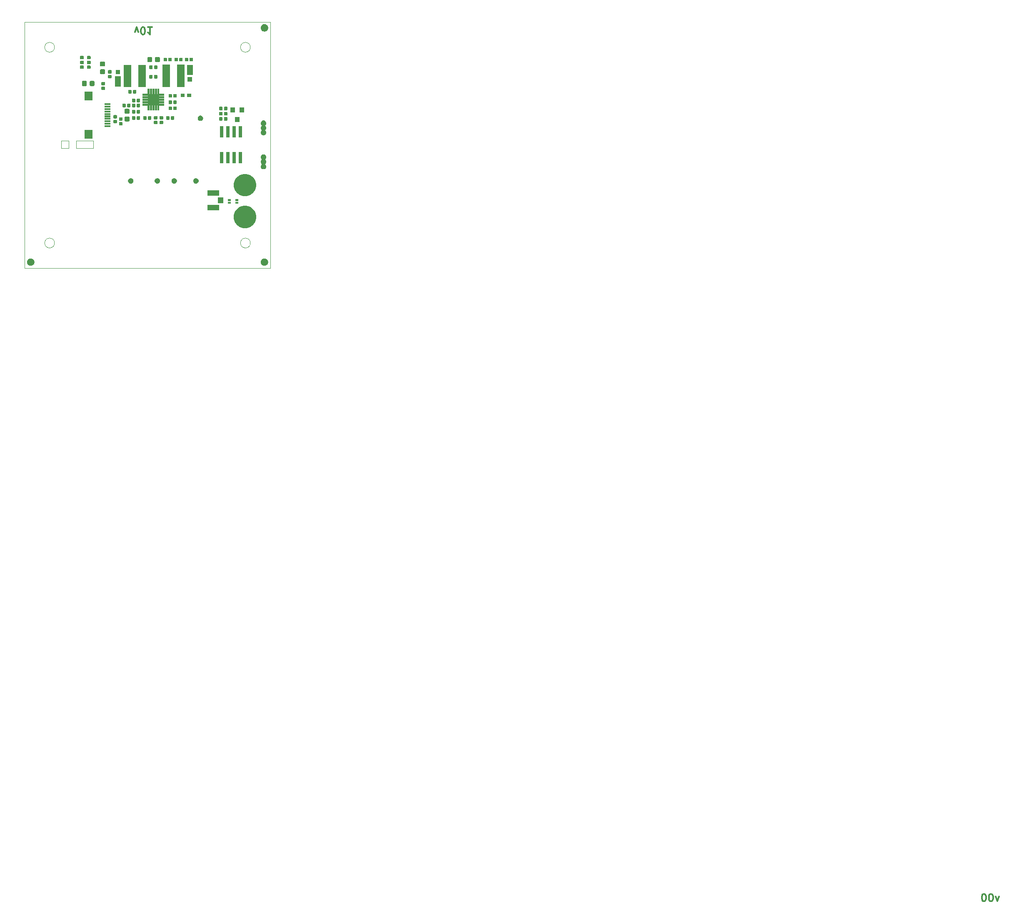
<source format=gbr>
%TF.GenerationSoftware,KiCad,Pcbnew,5.0.2-bee76a0~70~ubuntu18.04.1*%
%TF.CreationDate,2020-02-29T12:44:50-08:00*%
%TF.ProjectId,SolarCell+Y,536f6c61-7243-4656-9c6c-2b592e6b6963,rev?*%
%TF.SameCoordinates,Original*%
%TF.FileFunction,Soldermask,Bot*%
%TF.FilePolarity,Negative*%
%FSLAX46Y46*%
G04 Gerber Fmt 4.6, Leading zero omitted, Abs format (unit mm)*
G04 Created by KiCad (PCBNEW 5.0.2-bee76a0~70~ubuntu18.04.1) date Sat 29 Feb 2020 12:44:50 PM PST*
%MOMM*%
%LPD*%
G01*
G04 APERTURE LIST*
%ADD10C,0.050000*%
%ADD11C,0.300000*%
%ADD12C,0.100000*%
G04 APERTURE END LIST*
D10*
X160500000Y-65600000D02*
X160500000Y-64100000D01*
X164000000Y-65600000D02*
X160500000Y-65600000D01*
X164000000Y-64100000D02*
X164000000Y-65600000D01*
X160500000Y-64100000D02*
X164000000Y-64100000D01*
X159000000Y-64100000D02*
X157500000Y-64100000D01*
X159000000Y-65650000D02*
X159000000Y-64100000D01*
X157500000Y-65650000D02*
X159000000Y-65650000D01*
X157500000Y-64100000D02*
X157500000Y-65650000D01*
D11*
X172432885Y-42028228D02*
X172790028Y-41028228D01*
X173147171Y-42028228D01*
X174004314Y-42528228D02*
X174147171Y-42528228D01*
X174290028Y-42456800D01*
X174361457Y-42385371D01*
X174432885Y-42242514D01*
X174504314Y-41956800D01*
X174504314Y-41599657D01*
X174432885Y-41313942D01*
X174361457Y-41171085D01*
X174290028Y-41099657D01*
X174147171Y-41028228D01*
X174004314Y-41028228D01*
X173861457Y-41099657D01*
X173790028Y-41171085D01*
X173718600Y-41313942D01*
X173647171Y-41599657D01*
X173647171Y-41956800D01*
X173718600Y-42242514D01*
X173790028Y-42385371D01*
X173861457Y-42456800D01*
X174004314Y-42528228D01*
X175932885Y-41028228D02*
X175075742Y-41028228D01*
X175504314Y-41028228D02*
X175504314Y-42528228D01*
X175361457Y-42313942D01*
X175218600Y-42171085D01*
X175075742Y-42099657D01*
D10*
X200000000Y-40000000D02*
X150000000Y-40000000D01*
X150000000Y-90000000D02*
X200000000Y-90000000D01*
X150000000Y-40000000D02*
X150000000Y-90000000D01*
X195900000Y-45100000D02*
G75*
G03X195900000Y-45100000I-1000000J0D01*
G01*
X156100000Y-84900000D02*
G75*
G03X156100000Y-84900000I-1000000J0D01*
G01*
X156100000Y-45100000D02*
G75*
G03X156100000Y-45100000I-1000000J0D01*
G01*
X195900000Y-84900000D02*
G75*
G03X195900000Y-84900000I-1000000J0D01*
G01*
X200000000Y-90000000D02*
X200000000Y-40000000D01*
D11*
X348051214Y-217737571D02*
X347694071Y-218737571D01*
X347336928Y-217737571D01*
X346479785Y-217237571D02*
X346336928Y-217237571D01*
X346194071Y-217309000D01*
X346122642Y-217380428D01*
X346051214Y-217523285D01*
X345979785Y-217809000D01*
X345979785Y-218166142D01*
X346051214Y-218451857D01*
X346122642Y-218594714D01*
X346194071Y-218666142D01*
X346336928Y-218737571D01*
X346479785Y-218737571D01*
X346622642Y-218666142D01*
X346694071Y-218594714D01*
X346765500Y-218451857D01*
X346836928Y-218166142D01*
X346836928Y-217809000D01*
X346765500Y-217523285D01*
X346694071Y-217380428D01*
X346622642Y-217309000D01*
X346479785Y-217237571D01*
X345051214Y-217237571D02*
X344908357Y-217237571D01*
X344765500Y-217309000D01*
X344694071Y-217380428D01*
X344622642Y-217523285D01*
X344551214Y-217809000D01*
X344551214Y-218166142D01*
X344622642Y-218451857D01*
X344694071Y-218594714D01*
X344765500Y-218666142D01*
X344908357Y-218737571D01*
X345051214Y-218737571D01*
X345194071Y-218666142D01*
X345265500Y-218594714D01*
X345336928Y-218451857D01*
X345408357Y-218166142D01*
X345408357Y-217809000D01*
X345336928Y-217523285D01*
X345265500Y-217380428D01*
X345194071Y-217309000D01*
X345051214Y-217237571D01*
D12*
G36*
X198973767Y-88051822D02*
X199110258Y-88108359D01*
X199233097Y-88190437D01*
X199337563Y-88294903D01*
X199419641Y-88417742D01*
X199476178Y-88554233D01*
X199505000Y-88699131D01*
X199505000Y-88846869D01*
X199476178Y-88991767D01*
X199419641Y-89128258D01*
X199337563Y-89251097D01*
X199233097Y-89355563D01*
X199110258Y-89437641D01*
X198973767Y-89494178D01*
X198828869Y-89523000D01*
X198681131Y-89523000D01*
X198536233Y-89494178D01*
X198399742Y-89437641D01*
X198276903Y-89355563D01*
X198172437Y-89251097D01*
X198090359Y-89128258D01*
X198033822Y-88991767D01*
X198005000Y-88846869D01*
X198005000Y-88699131D01*
X198033822Y-88554233D01*
X198090359Y-88417742D01*
X198172437Y-88294903D01*
X198276903Y-88190437D01*
X198399742Y-88108359D01*
X198536233Y-88051822D01*
X198681131Y-88023000D01*
X198828869Y-88023000D01*
X198973767Y-88051822D01*
X198973767Y-88051822D01*
G37*
G36*
X151475767Y-88051822D02*
X151612258Y-88108359D01*
X151735097Y-88190437D01*
X151839563Y-88294903D01*
X151921641Y-88417742D01*
X151978178Y-88554233D01*
X152007000Y-88699131D01*
X152007000Y-88846869D01*
X151978178Y-88991767D01*
X151921641Y-89128258D01*
X151839563Y-89251097D01*
X151735097Y-89355563D01*
X151612258Y-89437641D01*
X151475767Y-89494178D01*
X151330869Y-89523000D01*
X151183131Y-89523000D01*
X151038233Y-89494178D01*
X150901742Y-89437641D01*
X150778903Y-89355563D01*
X150674437Y-89251097D01*
X150592359Y-89128258D01*
X150535822Y-88991767D01*
X150507000Y-88846869D01*
X150507000Y-88699131D01*
X150535822Y-88554233D01*
X150592359Y-88417742D01*
X150674437Y-88294903D01*
X150778903Y-88190437D01*
X150901742Y-88108359D01*
X151038233Y-88051822D01*
X151183131Y-88023000D01*
X151330869Y-88023000D01*
X151475767Y-88051822D01*
X151475767Y-88051822D01*
G37*
G36*
X195456009Y-77437428D02*
X195865301Y-77606962D01*
X196233654Y-77853088D01*
X196546912Y-78166346D01*
X196793038Y-78534699D01*
X196962572Y-78943991D01*
X197049000Y-79378493D01*
X197049000Y-79821507D01*
X196962572Y-80256009D01*
X196793038Y-80665301D01*
X196546912Y-81033654D01*
X196233654Y-81346912D01*
X195865301Y-81593038D01*
X195456009Y-81762572D01*
X195021507Y-81849000D01*
X194578493Y-81849000D01*
X194143991Y-81762572D01*
X193734699Y-81593038D01*
X193366346Y-81346912D01*
X193053088Y-81033654D01*
X192806962Y-80665301D01*
X192637428Y-80256009D01*
X192551000Y-79821507D01*
X192551000Y-79378493D01*
X192637428Y-78943991D01*
X192806962Y-78534699D01*
X193053088Y-78166346D01*
X193366346Y-77853088D01*
X193734699Y-77606962D01*
X194143991Y-77437428D01*
X194578493Y-77351000D01*
X195021507Y-77351000D01*
X195456009Y-77437428D01*
X195456009Y-77437428D01*
G37*
G36*
X189515000Y-78249000D02*
X187167000Y-78249000D01*
X187167000Y-77101000D01*
X189515000Y-77101000D01*
X189515000Y-78249000D01*
X189515000Y-78249000D01*
G37*
G36*
X191954000Y-76928000D02*
X191356000Y-76928000D01*
X191356000Y-76530000D01*
X191954000Y-76530000D01*
X191954000Y-76928000D01*
X191954000Y-76928000D01*
G37*
G36*
X193454000Y-76928000D02*
X192856000Y-76928000D01*
X192856000Y-76530000D01*
X193454000Y-76530000D01*
X193454000Y-76928000D01*
X193454000Y-76928000D01*
G37*
G36*
X190440000Y-76774000D02*
X189292000Y-76774000D01*
X189292000Y-75626000D01*
X190440000Y-75626000D01*
X190440000Y-76774000D01*
X190440000Y-76774000D01*
G37*
G36*
X191954000Y-76378000D02*
X191356000Y-76378000D01*
X191356000Y-75980000D01*
X191954000Y-75980000D01*
X191954000Y-76378000D01*
X191954000Y-76378000D01*
G37*
G36*
X193454000Y-76378000D02*
X192856000Y-76378000D01*
X192856000Y-75980000D01*
X193454000Y-75980000D01*
X193454000Y-76378000D01*
X193454000Y-76378000D01*
G37*
G36*
X195456009Y-70937428D02*
X195865301Y-71106962D01*
X196233654Y-71353088D01*
X196546912Y-71666346D01*
X196793038Y-72034699D01*
X196962572Y-72443991D01*
X197049000Y-72878493D01*
X197049000Y-73321507D01*
X196962572Y-73756009D01*
X196793038Y-74165301D01*
X196546912Y-74533654D01*
X196233654Y-74846912D01*
X195865301Y-75093038D01*
X195456009Y-75262572D01*
X195021507Y-75349000D01*
X194578493Y-75349000D01*
X194143991Y-75262572D01*
X193734699Y-75093038D01*
X193366346Y-74846912D01*
X193053088Y-74533654D01*
X192806962Y-74165301D01*
X192637428Y-73756009D01*
X192551000Y-73321507D01*
X192551000Y-72878493D01*
X192637428Y-72443991D01*
X192806962Y-72034699D01*
X193053088Y-71666346D01*
X193366346Y-71353088D01*
X193734699Y-71106962D01*
X194143991Y-70937428D01*
X194578493Y-70851000D01*
X195021507Y-70851000D01*
X195456009Y-70937428D01*
X195456009Y-70937428D01*
G37*
G36*
X189515000Y-75299000D02*
X187167000Y-75299000D01*
X187167000Y-74151000D01*
X189515000Y-74151000D01*
X189515000Y-75299000D01*
X189515000Y-75299000D01*
G37*
G36*
X171762538Y-71735098D02*
X171862447Y-71776482D01*
X171862449Y-71776483D01*
X171952367Y-71836564D01*
X172028835Y-71913032D01*
X172088918Y-72002953D01*
X172130302Y-72102862D01*
X172151400Y-72208929D01*
X172151400Y-72317071D01*
X172130302Y-72423138D01*
X172121664Y-72443991D01*
X172088917Y-72523049D01*
X172028836Y-72612967D01*
X171952367Y-72689436D01*
X171862449Y-72749517D01*
X171862448Y-72749518D01*
X171862447Y-72749518D01*
X171762538Y-72790902D01*
X171656472Y-72812000D01*
X171548328Y-72812000D01*
X171442262Y-72790902D01*
X171342353Y-72749518D01*
X171342352Y-72749518D01*
X171342351Y-72749517D01*
X171252433Y-72689436D01*
X171175964Y-72612967D01*
X171115883Y-72523049D01*
X171083136Y-72443991D01*
X171074498Y-72423138D01*
X171053400Y-72317071D01*
X171053400Y-72208929D01*
X171074498Y-72102862D01*
X171115882Y-72002953D01*
X171175965Y-71913032D01*
X171252433Y-71836564D01*
X171342351Y-71776483D01*
X171342353Y-71776482D01*
X171442262Y-71735098D01*
X171548328Y-71714000D01*
X171656472Y-71714000D01*
X171762538Y-71735098D01*
X171762538Y-71735098D01*
G37*
G36*
X184995938Y-71735098D02*
X185095847Y-71776482D01*
X185095849Y-71776483D01*
X185185767Y-71836564D01*
X185262235Y-71913032D01*
X185322318Y-72002953D01*
X185363702Y-72102862D01*
X185384800Y-72208929D01*
X185384800Y-72317071D01*
X185363702Y-72423138D01*
X185355064Y-72443991D01*
X185322317Y-72523049D01*
X185262236Y-72612967D01*
X185185767Y-72689436D01*
X185095849Y-72749517D01*
X185095848Y-72749518D01*
X185095847Y-72749518D01*
X184995938Y-72790902D01*
X184889872Y-72812000D01*
X184781728Y-72812000D01*
X184675662Y-72790902D01*
X184575753Y-72749518D01*
X184575752Y-72749518D01*
X184575751Y-72749517D01*
X184485833Y-72689436D01*
X184409364Y-72612967D01*
X184349283Y-72523049D01*
X184316536Y-72443991D01*
X184307898Y-72423138D01*
X184286800Y-72317071D01*
X184286800Y-72208929D01*
X184307898Y-72102862D01*
X184349282Y-72002953D01*
X184409365Y-71913032D01*
X184485833Y-71836564D01*
X184575751Y-71776483D01*
X184575753Y-71776482D01*
X184675662Y-71735098D01*
X184781728Y-71714000D01*
X184889872Y-71714000D01*
X184995938Y-71735098D01*
X184995938Y-71735098D01*
G37*
G36*
X177147338Y-71735098D02*
X177247247Y-71776482D01*
X177247249Y-71776483D01*
X177337167Y-71836564D01*
X177413635Y-71913032D01*
X177473718Y-72002953D01*
X177515102Y-72102862D01*
X177536200Y-72208929D01*
X177536200Y-72317071D01*
X177515102Y-72423138D01*
X177506464Y-72443991D01*
X177473717Y-72523049D01*
X177413636Y-72612967D01*
X177337167Y-72689436D01*
X177247249Y-72749517D01*
X177247248Y-72749518D01*
X177247247Y-72749518D01*
X177147338Y-72790902D01*
X177041272Y-72812000D01*
X176933128Y-72812000D01*
X176827062Y-72790902D01*
X176727153Y-72749518D01*
X176727152Y-72749518D01*
X176727151Y-72749517D01*
X176637233Y-72689436D01*
X176560764Y-72612967D01*
X176500683Y-72523049D01*
X176467936Y-72443991D01*
X176459298Y-72423138D01*
X176438200Y-72317071D01*
X176438200Y-72208929D01*
X176459298Y-72102862D01*
X176500682Y-72002953D01*
X176560765Y-71913032D01*
X176637233Y-71836564D01*
X176727151Y-71776483D01*
X176727153Y-71776482D01*
X176827062Y-71735098D01*
X176933128Y-71714000D01*
X177041272Y-71714000D01*
X177147338Y-71735098D01*
X177147338Y-71735098D01*
G37*
G36*
X180584804Y-71735098D02*
X180684713Y-71776482D01*
X180684715Y-71776483D01*
X180774633Y-71836564D01*
X180851101Y-71913032D01*
X180911184Y-72002953D01*
X180952568Y-72102862D01*
X180973666Y-72208929D01*
X180973666Y-72317071D01*
X180952568Y-72423138D01*
X180943930Y-72443991D01*
X180911183Y-72523049D01*
X180851102Y-72612967D01*
X180774633Y-72689436D01*
X180684715Y-72749517D01*
X180684714Y-72749518D01*
X180684713Y-72749518D01*
X180584804Y-72790902D01*
X180478738Y-72812000D01*
X180370594Y-72812000D01*
X180264528Y-72790902D01*
X180164619Y-72749518D01*
X180164618Y-72749518D01*
X180164617Y-72749517D01*
X180074699Y-72689436D01*
X179998230Y-72612967D01*
X179938149Y-72523049D01*
X179905402Y-72443991D01*
X179896764Y-72423138D01*
X179875666Y-72317071D01*
X179875666Y-72208929D01*
X179896764Y-72102862D01*
X179938148Y-72002953D01*
X179998231Y-71913032D01*
X180074699Y-71836564D01*
X180164617Y-71776483D01*
X180164619Y-71776482D01*
X180264528Y-71735098D01*
X180370594Y-71714000D01*
X180478738Y-71714000D01*
X180584804Y-71735098D01*
X180584804Y-71735098D01*
G37*
G36*
X198674666Y-66883703D02*
X198728472Y-66894405D01*
X198829837Y-66936392D01*
X198921067Y-66997350D01*
X198998650Y-67074933D01*
X199059608Y-67166163D01*
X199101595Y-67267528D01*
X199123000Y-67375141D01*
X199123000Y-67484859D01*
X199101595Y-67592472D01*
X199059608Y-67693837D01*
X198998650Y-67785067D01*
X198921065Y-67862652D01*
X198919284Y-67863842D01*
X198911783Y-67869998D01*
X198905627Y-67877498D01*
X198901052Y-67886056D01*
X198898235Y-67895342D01*
X198897284Y-67904999D01*
X198898235Y-67914656D01*
X198901052Y-67923942D01*
X198905626Y-67932500D01*
X198911782Y-67940001D01*
X198919284Y-67946158D01*
X198921065Y-67947348D01*
X198998650Y-68024933D01*
X199059608Y-68116163D01*
X199101595Y-68217528D01*
X199123000Y-68325141D01*
X199123000Y-68434859D01*
X199101595Y-68542472D01*
X199059608Y-68643837D01*
X198998650Y-68735067D01*
X198921065Y-68812652D01*
X198919284Y-68813842D01*
X198911783Y-68819998D01*
X198905627Y-68827498D01*
X198901052Y-68836056D01*
X198898235Y-68845342D01*
X198897284Y-68854999D01*
X198898235Y-68864656D01*
X198901052Y-68873942D01*
X198905626Y-68882500D01*
X198911782Y-68890001D01*
X198919284Y-68896158D01*
X198921065Y-68897348D01*
X198998650Y-68974933D01*
X199059608Y-69066163D01*
X199101595Y-69167528D01*
X199123000Y-69275141D01*
X199123000Y-69384859D01*
X199101595Y-69492472D01*
X199059608Y-69593837D01*
X198998650Y-69685067D01*
X198921067Y-69762650D01*
X198829837Y-69823608D01*
X198728472Y-69865595D01*
X198674666Y-69876297D01*
X198620860Y-69887000D01*
X198511140Y-69887000D01*
X198457334Y-69876297D01*
X198403528Y-69865595D01*
X198302163Y-69823608D01*
X198210933Y-69762650D01*
X198133350Y-69685067D01*
X198072392Y-69593837D01*
X198030405Y-69492472D01*
X198009000Y-69384859D01*
X198009000Y-69275141D01*
X198030405Y-69167528D01*
X198072392Y-69066163D01*
X198133350Y-68974933D01*
X198210935Y-68897348D01*
X198212716Y-68896158D01*
X198220217Y-68890002D01*
X198226373Y-68882502D01*
X198230948Y-68873944D01*
X198233765Y-68864658D01*
X198234716Y-68855001D01*
X198233765Y-68845344D01*
X198230948Y-68836058D01*
X198226374Y-68827500D01*
X198220218Y-68819999D01*
X198212716Y-68813842D01*
X198210935Y-68812652D01*
X198133350Y-68735067D01*
X198072392Y-68643837D01*
X198030405Y-68542472D01*
X198009000Y-68434859D01*
X198009000Y-68325141D01*
X198030405Y-68217528D01*
X198072392Y-68116163D01*
X198133350Y-68024933D01*
X198210935Y-67947348D01*
X198212716Y-67946158D01*
X198220217Y-67940002D01*
X198226373Y-67932502D01*
X198230948Y-67923944D01*
X198233765Y-67914658D01*
X198234716Y-67905001D01*
X198233765Y-67895344D01*
X198230948Y-67886058D01*
X198226374Y-67877500D01*
X198220218Y-67869999D01*
X198212716Y-67863842D01*
X198210935Y-67862652D01*
X198133350Y-67785067D01*
X198072392Y-67693837D01*
X198030405Y-67592472D01*
X198009000Y-67484859D01*
X198009000Y-67375141D01*
X198030405Y-67267528D01*
X198072392Y-67166163D01*
X198133350Y-67074933D01*
X198210933Y-66997350D01*
X198302163Y-66936392D01*
X198403528Y-66894405D01*
X198457334Y-66883703D01*
X198511140Y-66873000D01*
X198620860Y-66873000D01*
X198674666Y-66883703D01*
X198674666Y-66883703D01*
G37*
G36*
X192950800Y-68676100D02*
X192243200Y-68676100D01*
X192243200Y-66368300D01*
X192950800Y-66368300D01*
X192950800Y-68676100D01*
X192950800Y-68676100D01*
G37*
G36*
X194220800Y-68676100D02*
X193513200Y-68676100D01*
X193513200Y-66368300D01*
X194220800Y-66368300D01*
X194220800Y-68676100D01*
X194220800Y-68676100D01*
G37*
G36*
X190410800Y-68676100D02*
X189703200Y-68676100D01*
X189703200Y-66368300D01*
X190410800Y-66368300D01*
X190410800Y-68676100D01*
X190410800Y-68676100D01*
G37*
G36*
X191680800Y-68676100D02*
X190973200Y-68676100D01*
X190973200Y-66368300D01*
X191680800Y-66368300D01*
X191680800Y-68676100D01*
X191680800Y-68676100D01*
G37*
G36*
X163792240Y-63696520D02*
X162194240Y-63696520D01*
X162194240Y-61898520D01*
X163792240Y-61898520D01*
X163792240Y-63696520D01*
X163792240Y-63696520D01*
G37*
G36*
X192950800Y-63443700D02*
X192243200Y-63443700D01*
X192243200Y-61135900D01*
X192950800Y-61135900D01*
X192950800Y-63443700D01*
X192950800Y-63443700D01*
G37*
G36*
X190410800Y-63443700D02*
X189703200Y-63443700D01*
X189703200Y-61135900D01*
X190410800Y-61135900D01*
X190410800Y-63443700D01*
X190410800Y-63443700D01*
G37*
G36*
X194220800Y-63443700D02*
X193513200Y-63443700D01*
X193513200Y-61135900D01*
X194220800Y-61135900D01*
X194220800Y-63443700D01*
X194220800Y-63443700D01*
G37*
G36*
X191680800Y-63443700D02*
X190973200Y-63443700D01*
X190973200Y-61135900D01*
X191680800Y-61135900D01*
X191680800Y-63443700D01*
X191680800Y-63443700D01*
G37*
G36*
X198674666Y-59983703D02*
X198728472Y-59994405D01*
X198829837Y-60036392D01*
X198921067Y-60097350D01*
X198998650Y-60174933D01*
X199059608Y-60266163D01*
X199101595Y-60367528D01*
X199123000Y-60475141D01*
X199123000Y-60584859D01*
X199101595Y-60692472D01*
X199059608Y-60793837D01*
X198998650Y-60885067D01*
X198921065Y-60962652D01*
X198919284Y-60963842D01*
X198911783Y-60969998D01*
X198905627Y-60977498D01*
X198901052Y-60986056D01*
X198898235Y-60995342D01*
X198897284Y-61004999D01*
X198898235Y-61014656D01*
X198901052Y-61023942D01*
X198905626Y-61032500D01*
X198911782Y-61040001D01*
X198919284Y-61046158D01*
X198921065Y-61047348D01*
X198998650Y-61124933D01*
X199059608Y-61216163D01*
X199101595Y-61317528D01*
X199123000Y-61425141D01*
X199123000Y-61534859D01*
X199101595Y-61642472D01*
X199059608Y-61743837D01*
X198998650Y-61835067D01*
X198921065Y-61912652D01*
X198919284Y-61913842D01*
X198911783Y-61919998D01*
X198905627Y-61927498D01*
X198901052Y-61936056D01*
X198898235Y-61945342D01*
X198897284Y-61954999D01*
X198898235Y-61964656D01*
X198901052Y-61973942D01*
X198905626Y-61982500D01*
X198911782Y-61990001D01*
X198919284Y-61996158D01*
X198921065Y-61997348D01*
X198998650Y-62074933D01*
X199059608Y-62166163D01*
X199101595Y-62267528D01*
X199123000Y-62375141D01*
X199123000Y-62484859D01*
X199101595Y-62592472D01*
X199059608Y-62693837D01*
X198998650Y-62785067D01*
X198921067Y-62862650D01*
X198829837Y-62923608D01*
X198728472Y-62965595D01*
X198674665Y-62976298D01*
X198620860Y-62987000D01*
X198511140Y-62987000D01*
X198457335Y-62976298D01*
X198403528Y-62965595D01*
X198302163Y-62923608D01*
X198210933Y-62862650D01*
X198133350Y-62785067D01*
X198072392Y-62693837D01*
X198030405Y-62592472D01*
X198009000Y-62484859D01*
X198009000Y-62375141D01*
X198030405Y-62267528D01*
X198072392Y-62166163D01*
X198133350Y-62074933D01*
X198210935Y-61997348D01*
X198212716Y-61996158D01*
X198220217Y-61990002D01*
X198226373Y-61982502D01*
X198230948Y-61973944D01*
X198233765Y-61964658D01*
X198234716Y-61955001D01*
X198233765Y-61945344D01*
X198230948Y-61936058D01*
X198226374Y-61927500D01*
X198220218Y-61919999D01*
X198212716Y-61913842D01*
X198210935Y-61912652D01*
X198133350Y-61835067D01*
X198072392Y-61743837D01*
X198030405Y-61642472D01*
X198009000Y-61534859D01*
X198009000Y-61425141D01*
X198030405Y-61317528D01*
X198072392Y-61216163D01*
X198133350Y-61124933D01*
X198210935Y-61047348D01*
X198212716Y-61046158D01*
X198220217Y-61040002D01*
X198226373Y-61032502D01*
X198230948Y-61023944D01*
X198233765Y-61014658D01*
X198234716Y-61005001D01*
X198233765Y-60995344D01*
X198230948Y-60986058D01*
X198226374Y-60977500D01*
X198220218Y-60969999D01*
X198212716Y-60963842D01*
X198210935Y-60962652D01*
X198133350Y-60885067D01*
X198072392Y-60793837D01*
X198030405Y-60692472D01*
X198009000Y-60584859D01*
X198009000Y-60475141D01*
X198030405Y-60367528D01*
X198072392Y-60266163D01*
X198133350Y-60174933D01*
X198210933Y-60097350D01*
X198302163Y-60036392D01*
X198403528Y-59994405D01*
X198457334Y-59983703D01*
X198511140Y-59973000D01*
X198620860Y-59973000D01*
X198674666Y-59983703D01*
X198674666Y-59983703D01*
G37*
G36*
X167492240Y-61321520D02*
X166294240Y-61321520D01*
X166294240Y-60973520D01*
X167492240Y-60973520D01*
X167492240Y-61321520D01*
X167492240Y-61321520D01*
G37*
G36*
X169810673Y-60306504D02*
X169838248Y-60314870D01*
X169863662Y-60328454D01*
X169885942Y-60346738D01*
X169904226Y-60369018D01*
X169917810Y-60394432D01*
X169926176Y-60422007D01*
X169929240Y-60453124D01*
X169929240Y-60841756D01*
X169926176Y-60872873D01*
X169917810Y-60900448D01*
X169904226Y-60925862D01*
X169885942Y-60948142D01*
X169863662Y-60966426D01*
X169838248Y-60980010D01*
X169810673Y-60988376D01*
X169779556Y-60991440D01*
X169340924Y-60991440D01*
X169309807Y-60988376D01*
X169282232Y-60980010D01*
X169256818Y-60966426D01*
X169234538Y-60948142D01*
X169216254Y-60925862D01*
X169202670Y-60900448D01*
X169194304Y-60872873D01*
X169191240Y-60841756D01*
X169191240Y-60453124D01*
X169194304Y-60422007D01*
X169202670Y-60394432D01*
X169216254Y-60369018D01*
X169234538Y-60346738D01*
X169256818Y-60328454D01*
X169282232Y-60314870D01*
X169309807Y-60306504D01*
X169340924Y-60303440D01*
X169779556Y-60303440D01*
X169810673Y-60306504D01*
X169810673Y-60306504D01*
G37*
G36*
X167492240Y-60821520D02*
X166294240Y-60821520D01*
X166294240Y-60473520D01*
X167492240Y-60473520D01*
X167492240Y-60821520D01*
X167492240Y-60821520D01*
G37*
G36*
X176907433Y-60052504D02*
X176935008Y-60060870D01*
X176960422Y-60074454D01*
X176982702Y-60092738D01*
X177000986Y-60115018D01*
X177014570Y-60140432D01*
X177022936Y-60168007D01*
X177026000Y-60199124D01*
X177026000Y-60587756D01*
X177022936Y-60618873D01*
X177014570Y-60646448D01*
X177000986Y-60671862D01*
X176982702Y-60694142D01*
X176960422Y-60712426D01*
X176935008Y-60726010D01*
X176907433Y-60734376D01*
X176876316Y-60737440D01*
X176437684Y-60737440D01*
X176406567Y-60734376D01*
X176378992Y-60726010D01*
X176353578Y-60712426D01*
X176331298Y-60694142D01*
X176313014Y-60671862D01*
X176299430Y-60646448D01*
X176291064Y-60618873D01*
X176288000Y-60587756D01*
X176288000Y-60199124D01*
X176291064Y-60168007D01*
X176299430Y-60140432D01*
X176313014Y-60115018D01*
X176331298Y-60092738D01*
X176353578Y-60074454D01*
X176378992Y-60060870D01*
X176406567Y-60052504D01*
X176437684Y-60049440D01*
X176876316Y-60049440D01*
X176907433Y-60052504D01*
X176907433Y-60052504D01*
G37*
G36*
X178065673Y-60052504D02*
X178093248Y-60060870D01*
X178118662Y-60074454D01*
X178140942Y-60092738D01*
X178159226Y-60115018D01*
X178172810Y-60140432D01*
X178181176Y-60168007D01*
X178184240Y-60199124D01*
X178184240Y-60587756D01*
X178181176Y-60618873D01*
X178172810Y-60646448D01*
X178159226Y-60671862D01*
X178140942Y-60694142D01*
X178118662Y-60712426D01*
X178093248Y-60726010D01*
X178065673Y-60734376D01*
X178034556Y-60737440D01*
X177595924Y-60737440D01*
X177564807Y-60734376D01*
X177537232Y-60726010D01*
X177511818Y-60712426D01*
X177489538Y-60694142D01*
X177471254Y-60671862D01*
X177457670Y-60646448D01*
X177449304Y-60618873D01*
X177446240Y-60587756D01*
X177446240Y-60199124D01*
X177449304Y-60168007D01*
X177457670Y-60140432D01*
X177471254Y-60115018D01*
X177489538Y-60092738D01*
X177511818Y-60074454D01*
X177537232Y-60060870D01*
X177564807Y-60052504D01*
X177595924Y-60049440D01*
X178034556Y-60049440D01*
X178065673Y-60052504D01*
X178065673Y-60052504D01*
G37*
G36*
X168677833Y-59859464D02*
X168705408Y-59867830D01*
X168730822Y-59881414D01*
X168753102Y-59899698D01*
X168771386Y-59921978D01*
X168784970Y-59947392D01*
X168793336Y-59974967D01*
X168796400Y-60006084D01*
X168796400Y-60394716D01*
X168793336Y-60425833D01*
X168784970Y-60453408D01*
X168771386Y-60478822D01*
X168753102Y-60501102D01*
X168730822Y-60519386D01*
X168705408Y-60532970D01*
X168677833Y-60541336D01*
X168646716Y-60544400D01*
X168208084Y-60544400D01*
X168176967Y-60541336D01*
X168149392Y-60532970D01*
X168123978Y-60519386D01*
X168101698Y-60501102D01*
X168083414Y-60478822D01*
X168069830Y-60453408D01*
X168061464Y-60425833D01*
X168058400Y-60394716D01*
X168058400Y-60006084D01*
X168061464Y-59974967D01*
X168069830Y-59947392D01*
X168083414Y-59921978D01*
X168101698Y-59899698D01*
X168123978Y-59881414D01*
X168149392Y-59867830D01*
X168176967Y-59859464D01*
X168208084Y-59856400D01*
X168646716Y-59856400D01*
X168677833Y-59859464D01*
X168677833Y-59859464D01*
G37*
G36*
X167492240Y-60321520D02*
X166294240Y-60321520D01*
X166294240Y-59973520D01*
X167492240Y-59973520D01*
X167492240Y-60321520D01*
X167492240Y-60321520D01*
G37*
G36*
X193681000Y-60309000D02*
X192783000Y-60309000D01*
X192783000Y-59311000D01*
X193681000Y-59311000D01*
X193681000Y-60309000D01*
X193681000Y-60309000D01*
G37*
G36*
X171178322Y-59197874D02*
X171219266Y-59210294D01*
X171257000Y-59230463D01*
X171290074Y-59257606D01*
X171317217Y-59290680D01*
X171337386Y-59328414D01*
X171349806Y-59369358D01*
X171354240Y-59414376D01*
X171354240Y-59945504D01*
X171349806Y-59990522D01*
X171337386Y-60031466D01*
X171317217Y-60069200D01*
X171290074Y-60102274D01*
X171257000Y-60129417D01*
X171219266Y-60149586D01*
X171178322Y-60162006D01*
X171133304Y-60166440D01*
X170527176Y-60166440D01*
X170482158Y-60162006D01*
X170441214Y-60149586D01*
X170403480Y-60129417D01*
X170370406Y-60102274D01*
X170343263Y-60069200D01*
X170323094Y-60031466D01*
X170310674Y-59990522D01*
X170306240Y-59945504D01*
X170306240Y-59414376D01*
X170310674Y-59369358D01*
X170323094Y-59328414D01*
X170343263Y-59290680D01*
X170370406Y-59257606D01*
X170403480Y-59230463D01*
X170441214Y-59210294D01*
X170482158Y-59197874D01*
X170527176Y-59193440D01*
X171133304Y-59193440D01*
X171178322Y-59197874D01*
X171178322Y-59197874D01*
G37*
G36*
X185856153Y-58973520D02*
X185910338Y-58984298D01*
X186010247Y-59025682D01*
X186010249Y-59025683D01*
X186100167Y-59085764D01*
X186176636Y-59162233D01*
X186231688Y-59244624D01*
X186236718Y-59252153D01*
X186275812Y-59346533D01*
X186278102Y-59352063D01*
X186299200Y-59458128D01*
X186299200Y-59566272D01*
X186298193Y-59571336D01*
X186278102Y-59672338D01*
X186240078Y-59764135D01*
X186236717Y-59772249D01*
X186176636Y-59862167D01*
X186100167Y-59938636D01*
X186010249Y-59998717D01*
X186010248Y-59998718D01*
X186010247Y-59998718D01*
X185910338Y-60040102D01*
X185863393Y-60049440D01*
X185804272Y-60061200D01*
X185696128Y-60061200D01*
X185637007Y-60049440D01*
X185590062Y-60040102D01*
X185490153Y-59998718D01*
X185490152Y-59998718D01*
X185490151Y-59998717D01*
X185400233Y-59938636D01*
X185323764Y-59862167D01*
X185263683Y-59772249D01*
X185260322Y-59764135D01*
X185222298Y-59672338D01*
X185202207Y-59571336D01*
X185201200Y-59566272D01*
X185201200Y-59458128D01*
X185222298Y-59352063D01*
X185224589Y-59346533D01*
X185263682Y-59252153D01*
X185268713Y-59244624D01*
X185323764Y-59162233D01*
X185400233Y-59085764D01*
X185490151Y-59025683D01*
X185490153Y-59025682D01*
X185590062Y-58984298D01*
X185644247Y-58973520D01*
X185696128Y-58963200D01*
X185804272Y-58963200D01*
X185856153Y-58973520D01*
X185856153Y-58973520D01*
G37*
G36*
X169810673Y-59336504D02*
X169838248Y-59344870D01*
X169863662Y-59358454D01*
X169885942Y-59376738D01*
X169904226Y-59399018D01*
X169917810Y-59424432D01*
X169926176Y-59452007D01*
X169929240Y-59483124D01*
X169929240Y-59871756D01*
X169926176Y-59902873D01*
X169917810Y-59930448D01*
X169904226Y-59955862D01*
X169885942Y-59978142D01*
X169863662Y-59996426D01*
X169838248Y-60010010D01*
X169810673Y-60018376D01*
X169779556Y-60021440D01*
X169340924Y-60021440D01*
X169309807Y-60018376D01*
X169282232Y-60010010D01*
X169256818Y-59996426D01*
X169234538Y-59978142D01*
X169216254Y-59955862D01*
X169202670Y-59930448D01*
X169194304Y-59902873D01*
X169191240Y-59871756D01*
X169191240Y-59483124D01*
X169194304Y-59452007D01*
X169202670Y-59424432D01*
X169216254Y-59399018D01*
X169234538Y-59376738D01*
X169256818Y-59358454D01*
X169282232Y-59344870D01*
X169309807Y-59336504D01*
X169340924Y-59333440D01*
X169779556Y-59333440D01*
X169810673Y-59336504D01*
X169810673Y-59336504D01*
G37*
G36*
X190128433Y-59284064D02*
X190156008Y-59292430D01*
X190181422Y-59306014D01*
X190203702Y-59324298D01*
X190221986Y-59346578D01*
X190235570Y-59371992D01*
X190243936Y-59399567D01*
X190247000Y-59430684D01*
X190247000Y-59869316D01*
X190243936Y-59900433D01*
X190235570Y-59928008D01*
X190221986Y-59953422D01*
X190203702Y-59975702D01*
X190181422Y-59993986D01*
X190156008Y-60007570D01*
X190128433Y-60015936D01*
X190097316Y-60019000D01*
X189708684Y-60019000D01*
X189677567Y-60015936D01*
X189649992Y-60007570D01*
X189624578Y-59993986D01*
X189602298Y-59975702D01*
X189584014Y-59953422D01*
X189570430Y-59928008D01*
X189562064Y-59900433D01*
X189559000Y-59869316D01*
X189559000Y-59430684D01*
X189562064Y-59399567D01*
X189570430Y-59371992D01*
X189584014Y-59346578D01*
X189602298Y-59324298D01*
X189624578Y-59306014D01*
X189649992Y-59292430D01*
X189677567Y-59284064D01*
X189708684Y-59281000D01*
X190097316Y-59281000D01*
X190128433Y-59284064D01*
X190128433Y-59284064D01*
G37*
G36*
X191098433Y-59284064D02*
X191126008Y-59292430D01*
X191151422Y-59306014D01*
X191173702Y-59324298D01*
X191191986Y-59346578D01*
X191205570Y-59371992D01*
X191213936Y-59399567D01*
X191217000Y-59430684D01*
X191217000Y-59869316D01*
X191213936Y-59900433D01*
X191205570Y-59928008D01*
X191191986Y-59953422D01*
X191173702Y-59975702D01*
X191151422Y-59993986D01*
X191126008Y-60007570D01*
X191098433Y-60015936D01*
X191067316Y-60019000D01*
X190678684Y-60019000D01*
X190647567Y-60015936D01*
X190619992Y-60007570D01*
X190594578Y-59993986D01*
X190572298Y-59975702D01*
X190554014Y-59953422D01*
X190540430Y-59928008D01*
X190532064Y-59900433D01*
X190529000Y-59869316D01*
X190529000Y-59430684D01*
X190532064Y-59399567D01*
X190540430Y-59371992D01*
X190554014Y-59346578D01*
X190572298Y-59324298D01*
X190594578Y-59306014D01*
X190619992Y-59292430D01*
X190647567Y-59284064D01*
X190678684Y-59281000D01*
X191067316Y-59281000D01*
X191098433Y-59284064D01*
X191098433Y-59284064D01*
G37*
G36*
X175668173Y-59098004D02*
X175695748Y-59106370D01*
X175721162Y-59119954D01*
X175743442Y-59138238D01*
X175761726Y-59160518D01*
X175775310Y-59185932D01*
X175783676Y-59213507D01*
X175786740Y-59244624D01*
X175786740Y-59683256D01*
X175783676Y-59714373D01*
X175775310Y-59741948D01*
X175761726Y-59767362D01*
X175743442Y-59789642D01*
X175721162Y-59807926D01*
X175695748Y-59821510D01*
X175668173Y-59829876D01*
X175637056Y-59832940D01*
X175248424Y-59832940D01*
X175217307Y-59829876D01*
X175189732Y-59821510D01*
X175164318Y-59807926D01*
X175142038Y-59789642D01*
X175123754Y-59767362D01*
X175110170Y-59741948D01*
X175101804Y-59714373D01*
X175098740Y-59683256D01*
X175098740Y-59244624D01*
X175101804Y-59213507D01*
X175110170Y-59185932D01*
X175123754Y-59160518D01*
X175142038Y-59138238D01*
X175164318Y-59119954D01*
X175189732Y-59106370D01*
X175217307Y-59098004D01*
X175248424Y-59094940D01*
X175637056Y-59094940D01*
X175668173Y-59098004D01*
X175668173Y-59098004D01*
G37*
G36*
X180303673Y-59098004D02*
X180331248Y-59106370D01*
X180356662Y-59119954D01*
X180378942Y-59138238D01*
X180397226Y-59160518D01*
X180410810Y-59185932D01*
X180419176Y-59213507D01*
X180422240Y-59244624D01*
X180422240Y-59683256D01*
X180419176Y-59714373D01*
X180410810Y-59741948D01*
X180397226Y-59767362D01*
X180378942Y-59789642D01*
X180356662Y-59807926D01*
X180331248Y-59821510D01*
X180303673Y-59829876D01*
X180272556Y-59832940D01*
X179883924Y-59832940D01*
X179852807Y-59829876D01*
X179825232Y-59821510D01*
X179799818Y-59807926D01*
X179777538Y-59789642D01*
X179759254Y-59767362D01*
X179745670Y-59741948D01*
X179737304Y-59714373D01*
X179734240Y-59683256D01*
X179734240Y-59244624D01*
X179737304Y-59213507D01*
X179745670Y-59185932D01*
X179759254Y-59160518D01*
X179777538Y-59138238D01*
X179799818Y-59119954D01*
X179825232Y-59106370D01*
X179852807Y-59098004D01*
X179883924Y-59094940D01*
X180272556Y-59094940D01*
X180303673Y-59098004D01*
X180303673Y-59098004D01*
G37*
G36*
X173382173Y-59098004D02*
X173409748Y-59106370D01*
X173435162Y-59119954D01*
X173457442Y-59138238D01*
X173475726Y-59160518D01*
X173489310Y-59185932D01*
X173497676Y-59213507D01*
X173500740Y-59244624D01*
X173500740Y-59683256D01*
X173497676Y-59714373D01*
X173489310Y-59741948D01*
X173475726Y-59767362D01*
X173457442Y-59789642D01*
X173435162Y-59807926D01*
X173409748Y-59821510D01*
X173382173Y-59829876D01*
X173351056Y-59832940D01*
X172962424Y-59832940D01*
X172931307Y-59829876D01*
X172903732Y-59821510D01*
X172878318Y-59807926D01*
X172856038Y-59789642D01*
X172837754Y-59767362D01*
X172824170Y-59741948D01*
X172815804Y-59714373D01*
X172812740Y-59683256D01*
X172812740Y-59244624D01*
X172815804Y-59213507D01*
X172824170Y-59185932D01*
X172837754Y-59160518D01*
X172856038Y-59138238D01*
X172878318Y-59119954D01*
X172903732Y-59106370D01*
X172931307Y-59098004D01*
X172962424Y-59094940D01*
X173351056Y-59094940D01*
X173382173Y-59098004D01*
X173382173Y-59098004D01*
G37*
G36*
X172412173Y-59098004D02*
X172439748Y-59106370D01*
X172465162Y-59119954D01*
X172487442Y-59138238D01*
X172505726Y-59160518D01*
X172519310Y-59185932D01*
X172527676Y-59213507D01*
X172530740Y-59244624D01*
X172530740Y-59683256D01*
X172527676Y-59714373D01*
X172519310Y-59741948D01*
X172505726Y-59767362D01*
X172487442Y-59789642D01*
X172465162Y-59807926D01*
X172439748Y-59821510D01*
X172412173Y-59829876D01*
X172381056Y-59832940D01*
X171992424Y-59832940D01*
X171961307Y-59829876D01*
X171933732Y-59821510D01*
X171908318Y-59807926D01*
X171886038Y-59789642D01*
X171867754Y-59767362D01*
X171854170Y-59741948D01*
X171845804Y-59714373D01*
X171842740Y-59683256D01*
X171842740Y-59244624D01*
X171845804Y-59213507D01*
X171854170Y-59185932D01*
X171867754Y-59160518D01*
X171886038Y-59138238D01*
X171908318Y-59119954D01*
X171933732Y-59106370D01*
X171961307Y-59098004D01*
X171992424Y-59094940D01*
X172381056Y-59094940D01*
X172412173Y-59098004D01*
X172412173Y-59098004D01*
G37*
G36*
X179333673Y-59098004D02*
X179361248Y-59106370D01*
X179386662Y-59119954D01*
X179408942Y-59138238D01*
X179427226Y-59160518D01*
X179440810Y-59185932D01*
X179449176Y-59213507D01*
X179452240Y-59244624D01*
X179452240Y-59683256D01*
X179449176Y-59714373D01*
X179440810Y-59741948D01*
X179427226Y-59767362D01*
X179408942Y-59789642D01*
X179386662Y-59807926D01*
X179361248Y-59821510D01*
X179333673Y-59829876D01*
X179302556Y-59832940D01*
X178913924Y-59832940D01*
X178882807Y-59829876D01*
X178855232Y-59821510D01*
X178829818Y-59807926D01*
X178807538Y-59789642D01*
X178789254Y-59767362D01*
X178775670Y-59741948D01*
X178767304Y-59714373D01*
X178764240Y-59683256D01*
X178764240Y-59244624D01*
X178767304Y-59213507D01*
X178775670Y-59185932D01*
X178789254Y-59160518D01*
X178807538Y-59138238D01*
X178829818Y-59119954D01*
X178855232Y-59106370D01*
X178882807Y-59098004D01*
X178913924Y-59094940D01*
X179302556Y-59094940D01*
X179333673Y-59098004D01*
X179333673Y-59098004D01*
G37*
G36*
X174698173Y-59098004D02*
X174725748Y-59106370D01*
X174751162Y-59119954D01*
X174773442Y-59138238D01*
X174791726Y-59160518D01*
X174805310Y-59185932D01*
X174813676Y-59213507D01*
X174816740Y-59244624D01*
X174816740Y-59683256D01*
X174813676Y-59714373D01*
X174805310Y-59741948D01*
X174791726Y-59767362D01*
X174773442Y-59789642D01*
X174751162Y-59807926D01*
X174725748Y-59821510D01*
X174698173Y-59829876D01*
X174667056Y-59832940D01*
X174278424Y-59832940D01*
X174247307Y-59829876D01*
X174219732Y-59821510D01*
X174194318Y-59807926D01*
X174172038Y-59789642D01*
X174153754Y-59767362D01*
X174140170Y-59741948D01*
X174131804Y-59714373D01*
X174128740Y-59683256D01*
X174128740Y-59244624D01*
X174131804Y-59213507D01*
X174140170Y-59185932D01*
X174153754Y-59160518D01*
X174172038Y-59138238D01*
X174194318Y-59119954D01*
X174219732Y-59106370D01*
X174247307Y-59098004D01*
X174278424Y-59094940D01*
X174667056Y-59094940D01*
X174698173Y-59098004D01*
X174698173Y-59098004D01*
G37*
G36*
X167492240Y-59821520D02*
X166294240Y-59821520D01*
X166294240Y-59473520D01*
X167492240Y-59473520D01*
X167492240Y-59821520D01*
X167492240Y-59821520D01*
G37*
G36*
X178065673Y-59082504D02*
X178093248Y-59090870D01*
X178118662Y-59104454D01*
X178140942Y-59122738D01*
X178159226Y-59145018D01*
X178172810Y-59170432D01*
X178181176Y-59198007D01*
X178184240Y-59229124D01*
X178184240Y-59617756D01*
X178181176Y-59648873D01*
X178172810Y-59676448D01*
X178159226Y-59701862D01*
X178140942Y-59724142D01*
X178118662Y-59742426D01*
X178093248Y-59756010D01*
X178065673Y-59764376D01*
X178034556Y-59767440D01*
X177595924Y-59767440D01*
X177564807Y-59764376D01*
X177537232Y-59756010D01*
X177511818Y-59742426D01*
X177489538Y-59724142D01*
X177471254Y-59701862D01*
X177457670Y-59676448D01*
X177449304Y-59648873D01*
X177446240Y-59617756D01*
X177446240Y-59229124D01*
X177449304Y-59198007D01*
X177457670Y-59170432D01*
X177471254Y-59145018D01*
X177489538Y-59122738D01*
X177511818Y-59104454D01*
X177537232Y-59090870D01*
X177564807Y-59082504D01*
X177595924Y-59079440D01*
X178034556Y-59079440D01*
X178065673Y-59082504D01*
X178065673Y-59082504D01*
G37*
G36*
X176907433Y-59082504D02*
X176935008Y-59090870D01*
X176960422Y-59104454D01*
X176982702Y-59122738D01*
X177000986Y-59145018D01*
X177014570Y-59170432D01*
X177022936Y-59198007D01*
X177026000Y-59229124D01*
X177026000Y-59617756D01*
X177022936Y-59648873D01*
X177014570Y-59676448D01*
X177000986Y-59701862D01*
X176982702Y-59724142D01*
X176960422Y-59742426D01*
X176935008Y-59756010D01*
X176907433Y-59764376D01*
X176876316Y-59767440D01*
X176437684Y-59767440D01*
X176406567Y-59764376D01*
X176378992Y-59756010D01*
X176353578Y-59742426D01*
X176331298Y-59724142D01*
X176313014Y-59701862D01*
X176299430Y-59676448D01*
X176291064Y-59648873D01*
X176288000Y-59617756D01*
X176288000Y-59229124D01*
X176291064Y-59198007D01*
X176299430Y-59170432D01*
X176313014Y-59145018D01*
X176331298Y-59122738D01*
X176353578Y-59104454D01*
X176378992Y-59090870D01*
X176406567Y-59082504D01*
X176437684Y-59079440D01*
X176876316Y-59079440D01*
X176907433Y-59082504D01*
X176907433Y-59082504D01*
G37*
G36*
X168677833Y-58889464D02*
X168705408Y-58897830D01*
X168730822Y-58911414D01*
X168753102Y-58929698D01*
X168771386Y-58951978D01*
X168784970Y-58977392D01*
X168793336Y-59004967D01*
X168796400Y-59036084D01*
X168796400Y-59424716D01*
X168793336Y-59455833D01*
X168784970Y-59483408D01*
X168771386Y-59508822D01*
X168753102Y-59531102D01*
X168730822Y-59549386D01*
X168705408Y-59562970D01*
X168677833Y-59571336D01*
X168646716Y-59574400D01*
X168208084Y-59574400D01*
X168176967Y-59571336D01*
X168149392Y-59562970D01*
X168123978Y-59549386D01*
X168101698Y-59531102D01*
X168083414Y-59508822D01*
X168069830Y-59483408D01*
X168061464Y-59455833D01*
X168058400Y-59424716D01*
X168058400Y-59036084D01*
X168061464Y-59004967D01*
X168069830Y-58977392D01*
X168083414Y-58951978D01*
X168101698Y-58929698D01*
X168123978Y-58911414D01*
X168149392Y-58897830D01*
X168176967Y-58889464D01*
X168208084Y-58886400D01*
X168646716Y-58886400D01*
X168677833Y-58889464D01*
X168677833Y-58889464D01*
G37*
G36*
X167492240Y-59321520D02*
X166294240Y-59321520D01*
X166294240Y-58973520D01*
X167492240Y-58973520D01*
X167492240Y-59321520D01*
X167492240Y-59321520D01*
G37*
G36*
X190128433Y-58228064D02*
X190156008Y-58236430D01*
X190181422Y-58250014D01*
X190203702Y-58268298D01*
X190221986Y-58290578D01*
X190235570Y-58315992D01*
X190243936Y-58343567D01*
X190247000Y-58374684D01*
X190247000Y-58813316D01*
X190243936Y-58844433D01*
X190235570Y-58872008D01*
X190221986Y-58897422D01*
X190203702Y-58919702D01*
X190181422Y-58937986D01*
X190156008Y-58951570D01*
X190128433Y-58959936D01*
X190097316Y-58963000D01*
X189708684Y-58963000D01*
X189677567Y-58959936D01*
X189649992Y-58951570D01*
X189624578Y-58937986D01*
X189602298Y-58919702D01*
X189584014Y-58897422D01*
X189570430Y-58872008D01*
X189562064Y-58844433D01*
X189559000Y-58813316D01*
X189559000Y-58374684D01*
X189562064Y-58343567D01*
X189570430Y-58315992D01*
X189584014Y-58290578D01*
X189602298Y-58268298D01*
X189624578Y-58250014D01*
X189649992Y-58236430D01*
X189677567Y-58228064D01*
X189708684Y-58225000D01*
X190097316Y-58225000D01*
X190128433Y-58228064D01*
X190128433Y-58228064D01*
G37*
G36*
X191098433Y-58228064D02*
X191126008Y-58236430D01*
X191151422Y-58250014D01*
X191173702Y-58268298D01*
X191191986Y-58290578D01*
X191205570Y-58315992D01*
X191213936Y-58343567D01*
X191217000Y-58374684D01*
X191217000Y-58813316D01*
X191213936Y-58844433D01*
X191205570Y-58872008D01*
X191191986Y-58897422D01*
X191173702Y-58919702D01*
X191151422Y-58937986D01*
X191126008Y-58951570D01*
X191098433Y-58959936D01*
X191067316Y-58963000D01*
X190678684Y-58963000D01*
X190647567Y-58959936D01*
X190619992Y-58951570D01*
X190594578Y-58937986D01*
X190572298Y-58919702D01*
X190554014Y-58897422D01*
X190540430Y-58872008D01*
X190532064Y-58844433D01*
X190529000Y-58813316D01*
X190529000Y-58374684D01*
X190532064Y-58343567D01*
X190540430Y-58315992D01*
X190554014Y-58290578D01*
X190572298Y-58268298D01*
X190594578Y-58250014D01*
X190619992Y-58236430D01*
X190647567Y-58228064D01*
X190678684Y-58225000D01*
X191067316Y-58225000D01*
X191098433Y-58228064D01*
X191098433Y-58228064D01*
G37*
G36*
X167492240Y-58821520D02*
X166294240Y-58821520D01*
X166294240Y-58473520D01*
X167492240Y-58473520D01*
X167492240Y-58821520D01*
X167492240Y-58821520D01*
G37*
G36*
X171178322Y-57622874D02*
X171219266Y-57635294D01*
X171257000Y-57655463D01*
X171290074Y-57682606D01*
X171317217Y-57715680D01*
X171337386Y-57753414D01*
X171349806Y-57794358D01*
X171354240Y-57839376D01*
X171354240Y-58370504D01*
X171349806Y-58415522D01*
X171337386Y-58456466D01*
X171317217Y-58494200D01*
X171290074Y-58527274D01*
X171257000Y-58554417D01*
X171219266Y-58574586D01*
X171178322Y-58587006D01*
X171133304Y-58591440D01*
X170527176Y-58591440D01*
X170482158Y-58587006D01*
X170441214Y-58574586D01*
X170403480Y-58554417D01*
X170370406Y-58527274D01*
X170343263Y-58494200D01*
X170323094Y-58456466D01*
X170310674Y-58415522D01*
X170306240Y-58370504D01*
X170306240Y-57839376D01*
X170310674Y-57794358D01*
X170323094Y-57753414D01*
X170343263Y-57715680D01*
X170370406Y-57682606D01*
X170403480Y-57655463D01*
X170441214Y-57635294D01*
X170482158Y-57622874D01*
X170527176Y-57618440D01*
X171133304Y-57618440D01*
X171178322Y-57622874D01*
X171178322Y-57622874D01*
G37*
G36*
X173382173Y-57828004D02*
X173409748Y-57836370D01*
X173435162Y-57849954D01*
X173457442Y-57868238D01*
X173475726Y-57890518D01*
X173489310Y-57915932D01*
X173497676Y-57943507D01*
X173500740Y-57974624D01*
X173500740Y-58413256D01*
X173497676Y-58444373D01*
X173489310Y-58471948D01*
X173475726Y-58497362D01*
X173457442Y-58519642D01*
X173435162Y-58537926D01*
X173409748Y-58551510D01*
X173382173Y-58559876D01*
X173351056Y-58562940D01*
X172962424Y-58562940D01*
X172931307Y-58559876D01*
X172903732Y-58551510D01*
X172878318Y-58537926D01*
X172856038Y-58519642D01*
X172837754Y-58497362D01*
X172824170Y-58471948D01*
X172815804Y-58444373D01*
X172812740Y-58413256D01*
X172812740Y-57974624D01*
X172815804Y-57943507D01*
X172824170Y-57915932D01*
X172837754Y-57890518D01*
X172856038Y-57868238D01*
X172878318Y-57849954D01*
X172903732Y-57836370D01*
X172931307Y-57828004D01*
X172962424Y-57824940D01*
X173351056Y-57824940D01*
X173382173Y-57828004D01*
X173382173Y-57828004D01*
G37*
G36*
X172412173Y-57828004D02*
X172439748Y-57836370D01*
X172465162Y-57849954D01*
X172487442Y-57868238D01*
X172505726Y-57890518D01*
X172519310Y-57915932D01*
X172527676Y-57943507D01*
X172530740Y-57974624D01*
X172530740Y-58413256D01*
X172527676Y-58444373D01*
X172519310Y-58471948D01*
X172505726Y-58497362D01*
X172487442Y-58519642D01*
X172465162Y-58537926D01*
X172439748Y-58551510D01*
X172412173Y-58559876D01*
X172381056Y-58562940D01*
X171992424Y-58562940D01*
X171961307Y-58559876D01*
X171933732Y-58551510D01*
X171908318Y-58537926D01*
X171886038Y-58519642D01*
X171867754Y-58497362D01*
X171854170Y-58471948D01*
X171845804Y-58444373D01*
X171842740Y-58413256D01*
X171842740Y-57974624D01*
X171845804Y-57943507D01*
X171854170Y-57915932D01*
X171867754Y-57890518D01*
X171886038Y-57868238D01*
X171908318Y-57849954D01*
X171933732Y-57836370D01*
X171961307Y-57828004D01*
X171992424Y-57824940D01*
X172381056Y-57824940D01*
X172412173Y-57828004D01*
X172412173Y-57828004D01*
G37*
G36*
X167492240Y-58321520D02*
X166294240Y-58321520D01*
X166294240Y-57973520D01*
X167492240Y-57973520D01*
X167492240Y-58321520D01*
X167492240Y-58321520D01*
G37*
G36*
X194631000Y-58309000D02*
X193733000Y-58309000D01*
X193733000Y-57311000D01*
X194631000Y-57311000D01*
X194631000Y-58309000D01*
X194631000Y-58309000D01*
G37*
G36*
X192731000Y-58309000D02*
X191833000Y-58309000D01*
X191833000Y-57311000D01*
X192731000Y-57311000D01*
X192731000Y-58309000D01*
X192731000Y-58309000D01*
G37*
G36*
X175403580Y-54580284D02*
X175404531Y-54589941D01*
X175407348Y-54599227D01*
X175411922Y-54607785D01*
X175418078Y-54615286D01*
X175425579Y-54621442D01*
X175434137Y-54626016D01*
X175443423Y-54628833D01*
X175453080Y-54629784D01*
X175456080Y-54629784D01*
X175465737Y-54628833D01*
X175475023Y-54626016D01*
X175483581Y-54621442D01*
X175491082Y-54615286D01*
X175497238Y-54607785D01*
X175501812Y-54599227D01*
X175504629Y-54589941D01*
X175505580Y-54580284D01*
X175505580Y-53554784D01*
X175903580Y-53554784D01*
X175903580Y-54580284D01*
X175904531Y-54589941D01*
X175907348Y-54599227D01*
X175911922Y-54607785D01*
X175918078Y-54615286D01*
X175925579Y-54621442D01*
X175934137Y-54626016D01*
X175943423Y-54628833D01*
X175953080Y-54629784D01*
X175956080Y-54629784D01*
X175965737Y-54628833D01*
X175975023Y-54626016D01*
X175983581Y-54621442D01*
X175991082Y-54615286D01*
X175997238Y-54607785D01*
X176001812Y-54599227D01*
X176004629Y-54589941D01*
X176005580Y-54580284D01*
X176005580Y-53554784D01*
X176403580Y-53554784D01*
X176403580Y-54580284D01*
X176404531Y-54589941D01*
X176407348Y-54599227D01*
X176411922Y-54607785D01*
X176418078Y-54615286D01*
X176425579Y-54621442D01*
X176434137Y-54626016D01*
X176443423Y-54628833D01*
X176453080Y-54629784D01*
X176456080Y-54629784D01*
X176465737Y-54628833D01*
X176475023Y-54626016D01*
X176483581Y-54621442D01*
X176491082Y-54615286D01*
X176497238Y-54607785D01*
X176501812Y-54599227D01*
X176504629Y-54589941D01*
X176505580Y-54580284D01*
X176505580Y-53554784D01*
X176903580Y-53554784D01*
X176903580Y-54580284D01*
X176904531Y-54589941D01*
X176907348Y-54599227D01*
X176911922Y-54607785D01*
X176918078Y-54615286D01*
X176925579Y-54621442D01*
X176934137Y-54626016D01*
X176943423Y-54628833D01*
X176953080Y-54629784D01*
X176956080Y-54629784D01*
X176965737Y-54628833D01*
X176975023Y-54626016D01*
X176983581Y-54621442D01*
X176991082Y-54615286D01*
X176997238Y-54607785D01*
X177001812Y-54599227D01*
X177004629Y-54589941D01*
X177005580Y-54580284D01*
X177005580Y-53554784D01*
X177403580Y-53554784D01*
X177403580Y-54505284D01*
X177404531Y-54514941D01*
X177407348Y-54524227D01*
X177411922Y-54532785D01*
X177418078Y-54540286D01*
X177425579Y-54546442D01*
X177434137Y-54551016D01*
X177443423Y-54553833D01*
X177453080Y-54554784D01*
X178403580Y-54554784D01*
X178403580Y-54952784D01*
X177378080Y-54952784D01*
X177368423Y-54953735D01*
X177359137Y-54956552D01*
X177350579Y-54961126D01*
X177343078Y-54967282D01*
X177336922Y-54974783D01*
X177332348Y-54983341D01*
X177329531Y-54992627D01*
X177328580Y-55002284D01*
X177328580Y-55005284D01*
X177329531Y-55014941D01*
X177332348Y-55024227D01*
X177336922Y-55032785D01*
X177343078Y-55040286D01*
X177350579Y-55046442D01*
X177359137Y-55051016D01*
X177368423Y-55053833D01*
X177378080Y-55054784D01*
X178403580Y-55054784D01*
X178403580Y-55452784D01*
X177378080Y-55452784D01*
X177368423Y-55453735D01*
X177359137Y-55456552D01*
X177350579Y-55461126D01*
X177343078Y-55467282D01*
X177336922Y-55474783D01*
X177332348Y-55483341D01*
X177329531Y-55492627D01*
X177328580Y-55502284D01*
X177328580Y-55505284D01*
X177329531Y-55514941D01*
X177332348Y-55524227D01*
X177336922Y-55532785D01*
X177343078Y-55540286D01*
X177350579Y-55546442D01*
X177359137Y-55551016D01*
X177368423Y-55553833D01*
X177378080Y-55554784D01*
X178403580Y-55554784D01*
X178403580Y-55952784D01*
X177378080Y-55952784D01*
X177368423Y-55953735D01*
X177359137Y-55956552D01*
X177350579Y-55961126D01*
X177343078Y-55967282D01*
X177336922Y-55974783D01*
X177332348Y-55983341D01*
X177329531Y-55992627D01*
X177328580Y-56002284D01*
X177328580Y-56005284D01*
X177329531Y-56014941D01*
X177332348Y-56024227D01*
X177336922Y-56032785D01*
X177343078Y-56040286D01*
X177350579Y-56046442D01*
X177359137Y-56051016D01*
X177368423Y-56053833D01*
X177378080Y-56054784D01*
X178403580Y-56054784D01*
X178403580Y-56452784D01*
X177378080Y-56452784D01*
X177368423Y-56453735D01*
X177359137Y-56456552D01*
X177350579Y-56461126D01*
X177343078Y-56467282D01*
X177336922Y-56474783D01*
X177332348Y-56483341D01*
X177329531Y-56492627D01*
X177328580Y-56502284D01*
X177328580Y-56505284D01*
X177329531Y-56514941D01*
X177332348Y-56524227D01*
X177336922Y-56532785D01*
X177343078Y-56540286D01*
X177350579Y-56546442D01*
X177359137Y-56551016D01*
X177368423Y-56553833D01*
X177378080Y-56554784D01*
X178403580Y-56554784D01*
X178403580Y-56952784D01*
X177453080Y-56952784D01*
X177443423Y-56953735D01*
X177434137Y-56956552D01*
X177425579Y-56961126D01*
X177418078Y-56967282D01*
X177411922Y-56974783D01*
X177407348Y-56983341D01*
X177404531Y-56992627D01*
X177403580Y-57002284D01*
X177403580Y-57952784D01*
X177005580Y-57952784D01*
X177005580Y-56927284D01*
X177004629Y-56917627D01*
X177001812Y-56908341D01*
X176997238Y-56899783D01*
X176991082Y-56892282D01*
X176983581Y-56886126D01*
X176975023Y-56881552D01*
X176965737Y-56878735D01*
X176956080Y-56877784D01*
X176953080Y-56877784D01*
X176943423Y-56878735D01*
X176934137Y-56881552D01*
X176925579Y-56886126D01*
X176918078Y-56892282D01*
X176911922Y-56899783D01*
X176907348Y-56908341D01*
X176904531Y-56917627D01*
X176903580Y-56927284D01*
X176903580Y-57952784D01*
X176505580Y-57952784D01*
X176505580Y-56927284D01*
X176504629Y-56917627D01*
X176501812Y-56908341D01*
X176497238Y-56899783D01*
X176491082Y-56892282D01*
X176483581Y-56886126D01*
X176475023Y-56881552D01*
X176465737Y-56878735D01*
X176456080Y-56877784D01*
X176453080Y-56877784D01*
X176443423Y-56878735D01*
X176434137Y-56881552D01*
X176425579Y-56886126D01*
X176418078Y-56892282D01*
X176411922Y-56899783D01*
X176407348Y-56908341D01*
X176404531Y-56917627D01*
X176403580Y-56927284D01*
X176403580Y-57952784D01*
X176005580Y-57952784D01*
X176005580Y-56927284D01*
X176004629Y-56917627D01*
X176001812Y-56908341D01*
X175997238Y-56899783D01*
X175991082Y-56892282D01*
X175983581Y-56886126D01*
X175975023Y-56881552D01*
X175965737Y-56878735D01*
X175956080Y-56877784D01*
X175953080Y-56877784D01*
X175943423Y-56878735D01*
X175934137Y-56881552D01*
X175925579Y-56886126D01*
X175918078Y-56892282D01*
X175911922Y-56899783D01*
X175907348Y-56908341D01*
X175904531Y-56917627D01*
X175903580Y-56927284D01*
X175903580Y-57952784D01*
X175505580Y-57952784D01*
X175505580Y-56927284D01*
X175504629Y-56917627D01*
X175501812Y-56908341D01*
X175497238Y-56899783D01*
X175491082Y-56892282D01*
X175483581Y-56886126D01*
X175475023Y-56881552D01*
X175465737Y-56878735D01*
X175456080Y-56877784D01*
X175453080Y-56877784D01*
X175443423Y-56878735D01*
X175434137Y-56881552D01*
X175425579Y-56886126D01*
X175418078Y-56892282D01*
X175411922Y-56899783D01*
X175407348Y-56908341D01*
X175404531Y-56917627D01*
X175403580Y-56927284D01*
X175403580Y-57952784D01*
X175005580Y-57952784D01*
X175005580Y-57002284D01*
X175004629Y-56992627D01*
X175001812Y-56983341D01*
X174997238Y-56974783D01*
X174991082Y-56967282D01*
X174983581Y-56961126D01*
X174975023Y-56956552D01*
X174965737Y-56953735D01*
X174956080Y-56952784D01*
X174005580Y-56952784D01*
X174005580Y-56554784D01*
X175031080Y-56554784D01*
X175040737Y-56553833D01*
X175050023Y-56551016D01*
X175058581Y-56546442D01*
X175066082Y-56540286D01*
X175072238Y-56532785D01*
X175076812Y-56524227D01*
X175079629Y-56514941D01*
X175080580Y-56505284D01*
X175080580Y-56502284D01*
X175079629Y-56492627D01*
X175076812Y-56483341D01*
X175072238Y-56474783D01*
X175066082Y-56467282D01*
X175058581Y-56461126D01*
X175050023Y-56456552D01*
X175040737Y-56453735D01*
X175031080Y-56452784D01*
X174005580Y-56452784D01*
X174005580Y-56054784D01*
X175031080Y-56054784D01*
X175040737Y-56053833D01*
X175050023Y-56051016D01*
X175058581Y-56046442D01*
X175066082Y-56040286D01*
X175072238Y-56032785D01*
X175076812Y-56024227D01*
X175079629Y-56014941D01*
X175080580Y-56005284D01*
X175080580Y-56002284D01*
X175079629Y-55992627D01*
X175076812Y-55983341D01*
X175072238Y-55974783D01*
X175066082Y-55967282D01*
X175058581Y-55961126D01*
X175050023Y-55956552D01*
X175040737Y-55953735D01*
X175031080Y-55952784D01*
X174005580Y-55952784D01*
X174005580Y-55554784D01*
X175031080Y-55554784D01*
X175040737Y-55553833D01*
X175050023Y-55551016D01*
X175058581Y-55546442D01*
X175066082Y-55540286D01*
X175072238Y-55532785D01*
X175076812Y-55524227D01*
X175079629Y-55514941D01*
X175080580Y-55505284D01*
X175080580Y-55502284D01*
X175079629Y-55492627D01*
X175076812Y-55483341D01*
X175072238Y-55474783D01*
X175066082Y-55467282D01*
X175058581Y-55461126D01*
X175050023Y-55456552D01*
X175040737Y-55453735D01*
X175031080Y-55452784D01*
X174005580Y-55452784D01*
X174005580Y-55054784D01*
X175031080Y-55054784D01*
X175040737Y-55053833D01*
X175050023Y-55051016D01*
X175058581Y-55046442D01*
X175066082Y-55040286D01*
X175072238Y-55032785D01*
X175076812Y-55024227D01*
X175079629Y-55014941D01*
X175080580Y-55005284D01*
X175080580Y-55002284D01*
X175079629Y-54992627D01*
X175076812Y-54983341D01*
X175072238Y-54974783D01*
X175066082Y-54967282D01*
X175058581Y-54961126D01*
X175050023Y-54956552D01*
X175040737Y-54953735D01*
X175031080Y-54952784D01*
X174005580Y-54952784D01*
X174005580Y-54554784D01*
X174956080Y-54554784D01*
X174965737Y-54553833D01*
X174975023Y-54551016D01*
X174983581Y-54546442D01*
X174991082Y-54540286D01*
X174997238Y-54532785D01*
X175001812Y-54524227D01*
X175004629Y-54514941D01*
X175005580Y-54505284D01*
X175005580Y-53554784D01*
X175403580Y-53554784D01*
X175403580Y-54580284D01*
X175403580Y-54580284D01*
G37*
G36*
X191110433Y-57184064D02*
X191138008Y-57192430D01*
X191163422Y-57206014D01*
X191185702Y-57224298D01*
X191203986Y-57246578D01*
X191217570Y-57271992D01*
X191225936Y-57299567D01*
X191229000Y-57330684D01*
X191229000Y-57769316D01*
X191225936Y-57800433D01*
X191217570Y-57828008D01*
X191203986Y-57853422D01*
X191185702Y-57875702D01*
X191163422Y-57893986D01*
X191138008Y-57907570D01*
X191110433Y-57915936D01*
X191079316Y-57919000D01*
X190690684Y-57919000D01*
X190659567Y-57915936D01*
X190631992Y-57907570D01*
X190606578Y-57893986D01*
X190584298Y-57875702D01*
X190566014Y-57853422D01*
X190552430Y-57828008D01*
X190544064Y-57800433D01*
X190541000Y-57769316D01*
X190541000Y-57330684D01*
X190544064Y-57299567D01*
X190552430Y-57271992D01*
X190566014Y-57246578D01*
X190584298Y-57224298D01*
X190606578Y-57206014D01*
X190631992Y-57192430D01*
X190659567Y-57184064D01*
X190690684Y-57181000D01*
X191079316Y-57181000D01*
X191110433Y-57184064D01*
X191110433Y-57184064D01*
G37*
G36*
X190140433Y-57184064D02*
X190168008Y-57192430D01*
X190193422Y-57206014D01*
X190215702Y-57224298D01*
X190233986Y-57246578D01*
X190247570Y-57271992D01*
X190255936Y-57299567D01*
X190259000Y-57330684D01*
X190259000Y-57769316D01*
X190255936Y-57800433D01*
X190247570Y-57828008D01*
X190233986Y-57853422D01*
X190215702Y-57875702D01*
X190193422Y-57893986D01*
X190168008Y-57907570D01*
X190140433Y-57915936D01*
X190109316Y-57919000D01*
X189720684Y-57919000D01*
X189689567Y-57915936D01*
X189661992Y-57907570D01*
X189636578Y-57893986D01*
X189614298Y-57875702D01*
X189596014Y-57853422D01*
X189582430Y-57828008D01*
X189574064Y-57800433D01*
X189571000Y-57769316D01*
X189571000Y-57330684D01*
X189574064Y-57299567D01*
X189582430Y-57271992D01*
X189596014Y-57246578D01*
X189614298Y-57224298D01*
X189636578Y-57206014D01*
X189661992Y-57192430D01*
X189689567Y-57184064D01*
X189720684Y-57181000D01*
X190109316Y-57181000D01*
X190140433Y-57184064D01*
X190140433Y-57184064D01*
G37*
G36*
X180811673Y-57129504D02*
X180839248Y-57137870D01*
X180864662Y-57151454D01*
X180886942Y-57169738D01*
X180905226Y-57192018D01*
X180918810Y-57217432D01*
X180927176Y-57245007D01*
X180930240Y-57276124D01*
X180930240Y-57714756D01*
X180927176Y-57745873D01*
X180918810Y-57773448D01*
X180905226Y-57798862D01*
X180886942Y-57821142D01*
X180864662Y-57839426D01*
X180839248Y-57853010D01*
X180811673Y-57861376D01*
X180780556Y-57864440D01*
X180391924Y-57864440D01*
X180360807Y-57861376D01*
X180333232Y-57853010D01*
X180307818Y-57839426D01*
X180285538Y-57821142D01*
X180267254Y-57798862D01*
X180253670Y-57773448D01*
X180245304Y-57745873D01*
X180242240Y-57714756D01*
X180242240Y-57276124D01*
X180245304Y-57245007D01*
X180253670Y-57217432D01*
X180267254Y-57192018D01*
X180285538Y-57169738D01*
X180307818Y-57151454D01*
X180333232Y-57137870D01*
X180360807Y-57129504D01*
X180391924Y-57126440D01*
X180780556Y-57126440D01*
X180811673Y-57129504D01*
X180811673Y-57129504D01*
G37*
G36*
X179841673Y-57129504D02*
X179869248Y-57137870D01*
X179894662Y-57151454D01*
X179916942Y-57169738D01*
X179935226Y-57192018D01*
X179948810Y-57217432D01*
X179957176Y-57245007D01*
X179960240Y-57276124D01*
X179960240Y-57714756D01*
X179957176Y-57745873D01*
X179948810Y-57773448D01*
X179935226Y-57798862D01*
X179916942Y-57821142D01*
X179894662Y-57839426D01*
X179869248Y-57853010D01*
X179841673Y-57861376D01*
X179810556Y-57864440D01*
X179421924Y-57864440D01*
X179390807Y-57861376D01*
X179363232Y-57853010D01*
X179337818Y-57839426D01*
X179315538Y-57821142D01*
X179297254Y-57798862D01*
X179283670Y-57773448D01*
X179275304Y-57745873D01*
X179272240Y-57714756D01*
X179272240Y-57276124D01*
X179275304Y-57245007D01*
X179283670Y-57217432D01*
X179297254Y-57192018D01*
X179315538Y-57169738D01*
X179337818Y-57151454D01*
X179363232Y-57137870D01*
X179390807Y-57129504D01*
X179421924Y-57126440D01*
X179810556Y-57126440D01*
X179841673Y-57129504D01*
X179841673Y-57129504D01*
G37*
G36*
X167492240Y-57821520D02*
X166294240Y-57821520D01*
X166294240Y-57473520D01*
X167492240Y-57473520D01*
X167492240Y-57821520D01*
X167492240Y-57821520D01*
G37*
G36*
X167492240Y-57321520D02*
X166294240Y-57321520D01*
X166294240Y-56973520D01*
X167492240Y-56973520D01*
X167492240Y-57321520D01*
X167492240Y-57321520D01*
G37*
G36*
X173382173Y-56558004D02*
X173409748Y-56566370D01*
X173435162Y-56579954D01*
X173457442Y-56598238D01*
X173475726Y-56620518D01*
X173489310Y-56645932D01*
X173497676Y-56673507D01*
X173500740Y-56704624D01*
X173500740Y-57143256D01*
X173497676Y-57174373D01*
X173489310Y-57201948D01*
X173475726Y-57227362D01*
X173457442Y-57249642D01*
X173435162Y-57267926D01*
X173409748Y-57281510D01*
X173382173Y-57289876D01*
X173351056Y-57292940D01*
X172962424Y-57292940D01*
X172931307Y-57289876D01*
X172903732Y-57281510D01*
X172878318Y-57267926D01*
X172856038Y-57249642D01*
X172837754Y-57227362D01*
X172824170Y-57201948D01*
X172815804Y-57174373D01*
X172812740Y-57143256D01*
X172812740Y-56704624D01*
X172815804Y-56673507D01*
X172824170Y-56645932D01*
X172837754Y-56620518D01*
X172856038Y-56598238D01*
X172878318Y-56579954D01*
X172903732Y-56566370D01*
X172931307Y-56558004D01*
X172962424Y-56554940D01*
X173351056Y-56554940D01*
X173382173Y-56558004D01*
X173382173Y-56558004D01*
G37*
G36*
X170443673Y-56558004D02*
X170471248Y-56566370D01*
X170496662Y-56579954D01*
X170518942Y-56598238D01*
X170537226Y-56620518D01*
X170550810Y-56645932D01*
X170559176Y-56673507D01*
X170562240Y-56704624D01*
X170562240Y-57143256D01*
X170559176Y-57174373D01*
X170550810Y-57201948D01*
X170537226Y-57227362D01*
X170518942Y-57249642D01*
X170496662Y-57267926D01*
X170471248Y-57281510D01*
X170443673Y-57289876D01*
X170412556Y-57292940D01*
X170023924Y-57292940D01*
X169992807Y-57289876D01*
X169965232Y-57281510D01*
X169939818Y-57267926D01*
X169917538Y-57249642D01*
X169899254Y-57227362D01*
X169885670Y-57201948D01*
X169877304Y-57174373D01*
X169874240Y-57143256D01*
X169874240Y-56704624D01*
X169877304Y-56673507D01*
X169885670Y-56645932D01*
X169899254Y-56620518D01*
X169917538Y-56598238D01*
X169939818Y-56579954D01*
X169965232Y-56566370D01*
X169992807Y-56558004D01*
X170023924Y-56554940D01*
X170412556Y-56554940D01*
X170443673Y-56558004D01*
X170443673Y-56558004D01*
G37*
G36*
X171413673Y-56558004D02*
X171441248Y-56566370D01*
X171466662Y-56579954D01*
X171488942Y-56598238D01*
X171507226Y-56620518D01*
X171520810Y-56645932D01*
X171529176Y-56673507D01*
X171532240Y-56704624D01*
X171532240Y-57143256D01*
X171529176Y-57174373D01*
X171520810Y-57201948D01*
X171507226Y-57227362D01*
X171488942Y-57249642D01*
X171466662Y-57267926D01*
X171441248Y-57281510D01*
X171413673Y-57289876D01*
X171382556Y-57292940D01*
X170993924Y-57292940D01*
X170962807Y-57289876D01*
X170935232Y-57281510D01*
X170909818Y-57267926D01*
X170887538Y-57249642D01*
X170869254Y-57227362D01*
X170855670Y-57201948D01*
X170847304Y-57174373D01*
X170844240Y-57143256D01*
X170844240Y-56704624D01*
X170847304Y-56673507D01*
X170855670Y-56645932D01*
X170869254Y-56620518D01*
X170887538Y-56598238D01*
X170909818Y-56579954D01*
X170935232Y-56566370D01*
X170962807Y-56558004D01*
X170993924Y-56554940D01*
X171382556Y-56554940D01*
X171413673Y-56558004D01*
X171413673Y-56558004D01*
G37*
G36*
X172412173Y-56558004D02*
X172439748Y-56566370D01*
X172465162Y-56579954D01*
X172487442Y-56598238D01*
X172505726Y-56620518D01*
X172519310Y-56645932D01*
X172527676Y-56673507D01*
X172530740Y-56704624D01*
X172530740Y-57143256D01*
X172527676Y-57174373D01*
X172519310Y-57201948D01*
X172505726Y-57227362D01*
X172487442Y-57249642D01*
X172465162Y-57267926D01*
X172439748Y-57281510D01*
X172412173Y-57289876D01*
X172381056Y-57292940D01*
X171992424Y-57292940D01*
X171961307Y-57289876D01*
X171933732Y-57281510D01*
X171908318Y-57267926D01*
X171886038Y-57249642D01*
X171867754Y-57227362D01*
X171854170Y-57201948D01*
X171845804Y-57174373D01*
X171842740Y-57143256D01*
X171842740Y-56704624D01*
X171845804Y-56673507D01*
X171854170Y-56645932D01*
X171867754Y-56620518D01*
X171886038Y-56598238D01*
X171908318Y-56579954D01*
X171933732Y-56566370D01*
X171961307Y-56558004D01*
X171992424Y-56554940D01*
X172381056Y-56554940D01*
X172412173Y-56558004D01*
X172412173Y-56558004D01*
G37*
G36*
X167492240Y-56821520D02*
X166294240Y-56821520D01*
X166294240Y-56473520D01*
X167492240Y-56473520D01*
X167492240Y-56821520D01*
X167492240Y-56821520D01*
G37*
G36*
X180811673Y-55895064D02*
X180839248Y-55903430D01*
X180864662Y-55917014D01*
X180886942Y-55935298D01*
X180905226Y-55957578D01*
X180918810Y-55982992D01*
X180927176Y-56010567D01*
X180930240Y-56041684D01*
X180930240Y-56480316D01*
X180927176Y-56511433D01*
X180918810Y-56539008D01*
X180905226Y-56564422D01*
X180886942Y-56586702D01*
X180864662Y-56604986D01*
X180839248Y-56618570D01*
X180811673Y-56626936D01*
X180780556Y-56630000D01*
X180391924Y-56630000D01*
X180360807Y-56626936D01*
X180333232Y-56618570D01*
X180307818Y-56604986D01*
X180285538Y-56586702D01*
X180267254Y-56564422D01*
X180253670Y-56539008D01*
X180245304Y-56511433D01*
X180242240Y-56480316D01*
X180242240Y-56041684D01*
X180245304Y-56010567D01*
X180253670Y-55982992D01*
X180267254Y-55957578D01*
X180285538Y-55935298D01*
X180307818Y-55917014D01*
X180333232Y-55903430D01*
X180360807Y-55895064D01*
X180391924Y-55892000D01*
X180780556Y-55892000D01*
X180811673Y-55895064D01*
X180811673Y-55895064D01*
G37*
G36*
X179841673Y-55895064D02*
X179869248Y-55903430D01*
X179894662Y-55917014D01*
X179916942Y-55935298D01*
X179935226Y-55957578D01*
X179948810Y-55982992D01*
X179957176Y-56010567D01*
X179960240Y-56041684D01*
X179960240Y-56480316D01*
X179957176Y-56511433D01*
X179948810Y-56539008D01*
X179935226Y-56564422D01*
X179916942Y-56586702D01*
X179894662Y-56604986D01*
X179869248Y-56618570D01*
X179841673Y-56626936D01*
X179810556Y-56630000D01*
X179421924Y-56630000D01*
X179390807Y-56626936D01*
X179363232Y-56618570D01*
X179337818Y-56604986D01*
X179315538Y-56586702D01*
X179297254Y-56564422D01*
X179283670Y-56539008D01*
X179275304Y-56511433D01*
X179272240Y-56480316D01*
X179272240Y-56041684D01*
X179275304Y-56010567D01*
X179283670Y-55982992D01*
X179297254Y-55957578D01*
X179315538Y-55935298D01*
X179337818Y-55917014D01*
X179363232Y-55903430D01*
X179390807Y-55895064D01*
X179421924Y-55892000D01*
X179810556Y-55892000D01*
X179841673Y-55895064D01*
X179841673Y-55895064D01*
G37*
G36*
X173382173Y-55542004D02*
X173409748Y-55550370D01*
X173435162Y-55563954D01*
X173457442Y-55582238D01*
X173475726Y-55604518D01*
X173489310Y-55629932D01*
X173497676Y-55657507D01*
X173500740Y-55688624D01*
X173500740Y-56127256D01*
X173497676Y-56158373D01*
X173489310Y-56185948D01*
X173475726Y-56211362D01*
X173457442Y-56233642D01*
X173435162Y-56251926D01*
X173409748Y-56265510D01*
X173382173Y-56273876D01*
X173351056Y-56276940D01*
X172962424Y-56276940D01*
X172931307Y-56273876D01*
X172903732Y-56265510D01*
X172878318Y-56251926D01*
X172856038Y-56233642D01*
X172837754Y-56211362D01*
X172824170Y-56185948D01*
X172815804Y-56158373D01*
X172812740Y-56127256D01*
X172812740Y-55688624D01*
X172815804Y-55657507D01*
X172824170Y-55629932D01*
X172837754Y-55604518D01*
X172856038Y-55582238D01*
X172878318Y-55563954D01*
X172903732Y-55550370D01*
X172931307Y-55542004D01*
X172962424Y-55538940D01*
X173351056Y-55538940D01*
X173382173Y-55542004D01*
X173382173Y-55542004D01*
G37*
G36*
X172412173Y-55542004D02*
X172439748Y-55550370D01*
X172465162Y-55563954D01*
X172487442Y-55582238D01*
X172505726Y-55604518D01*
X172519310Y-55629932D01*
X172527676Y-55657507D01*
X172530740Y-55688624D01*
X172530740Y-56127256D01*
X172527676Y-56158373D01*
X172519310Y-56185948D01*
X172505726Y-56211362D01*
X172487442Y-56233642D01*
X172465162Y-56251926D01*
X172439748Y-56265510D01*
X172412173Y-56273876D01*
X172381056Y-56276940D01*
X171992424Y-56276940D01*
X171961307Y-56273876D01*
X171933732Y-56265510D01*
X171908318Y-56251926D01*
X171886038Y-56233642D01*
X171867754Y-56211362D01*
X171854170Y-56185948D01*
X171845804Y-56158373D01*
X171842740Y-56127256D01*
X171842740Y-55688624D01*
X171845804Y-55657507D01*
X171854170Y-55629932D01*
X171867754Y-55604518D01*
X171886038Y-55582238D01*
X171908318Y-55563954D01*
X171933732Y-55550370D01*
X171961307Y-55542004D01*
X171992424Y-55538940D01*
X172381056Y-55538940D01*
X172412173Y-55542004D01*
X172412173Y-55542004D01*
G37*
G36*
X163792240Y-55896520D02*
X162194240Y-55896520D01*
X162194240Y-54098520D01*
X163792240Y-54098520D01*
X163792240Y-55896520D01*
X163792240Y-55896520D01*
G37*
G36*
X180811673Y-54589504D02*
X180839248Y-54597870D01*
X180864662Y-54611454D01*
X180886942Y-54629738D01*
X180905226Y-54652018D01*
X180918810Y-54677432D01*
X180927176Y-54705007D01*
X180930240Y-54736124D01*
X180930240Y-55174756D01*
X180927176Y-55205873D01*
X180918810Y-55233448D01*
X180905226Y-55258862D01*
X180886942Y-55281142D01*
X180864662Y-55299426D01*
X180839248Y-55313010D01*
X180811673Y-55321376D01*
X180780556Y-55324440D01*
X180391924Y-55324440D01*
X180360807Y-55321376D01*
X180333232Y-55313010D01*
X180307818Y-55299426D01*
X180285538Y-55281142D01*
X180267254Y-55258862D01*
X180253670Y-55233448D01*
X180245304Y-55205873D01*
X180242240Y-55174756D01*
X180242240Y-54736124D01*
X180245304Y-54705007D01*
X180253670Y-54677432D01*
X180267254Y-54652018D01*
X180285538Y-54629738D01*
X180307818Y-54611454D01*
X180333232Y-54597870D01*
X180360807Y-54589504D01*
X180391924Y-54586440D01*
X180780556Y-54586440D01*
X180811673Y-54589504D01*
X180811673Y-54589504D01*
G37*
G36*
X179841673Y-54589504D02*
X179869248Y-54597870D01*
X179894662Y-54611454D01*
X179916942Y-54629738D01*
X179935226Y-54652018D01*
X179948810Y-54677432D01*
X179957176Y-54705007D01*
X179960240Y-54736124D01*
X179960240Y-55174756D01*
X179957176Y-55205873D01*
X179948810Y-55233448D01*
X179935226Y-55258862D01*
X179916942Y-55281142D01*
X179894662Y-55299426D01*
X179869248Y-55313010D01*
X179841673Y-55321376D01*
X179810556Y-55324440D01*
X179421924Y-55324440D01*
X179390807Y-55321376D01*
X179363232Y-55313010D01*
X179337818Y-55299426D01*
X179315538Y-55281142D01*
X179297254Y-55258862D01*
X179283670Y-55233448D01*
X179275304Y-55205873D01*
X179272240Y-55174756D01*
X179272240Y-54736124D01*
X179275304Y-54705007D01*
X179283670Y-54677432D01*
X179297254Y-54652018D01*
X179315538Y-54629738D01*
X179337818Y-54611454D01*
X179363232Y-54597870D01*
X179390807Y-54589504D01*
X179421924Y-54586440D01*
X179810556Y-54586440D01*
X179841673Y-54589504D01*
X179841673Y-54589504D01*
G37*
G36*
X182566500Y-55177500D02*
X181739500Y-55177500D01*
X181739500Y-54550500D01*
X182566500Y-54550500D01*
X182566500Y-55177500D01*
X182566500Y-55177500D01*
G37*
G36*
X183866500Y-55177500D02*
X183039500Y-55177500D01*
X183039500Y-54550500D01*
X183866500Y-54550500D01*
X183866500Y-55177500D01*
X183866500Y-55177500D01*
G37*
G36*
X171650173Y-53764004D02*
X171677748Y-53772370D01*
X171703162Y-53785954D01*
X171725442Y-53804238D01*
X171743726Y-53826518D01*
X171757310Y-53851932D01*
X171765676Y-53879507D01*
X171768740Y-53910624D01*
X171768740Y-54349256D01*
X171765676Y-54380373D01*
X171757310Y-54407948D01*
X171743726Y-54433362D01*
X171725442Y-54455642D01*
X171703162Y-54473926D01*
X171677748Y-54487510D01*
X171650173Y-54495876D01*
X171619056Y-54498940D01*
X171230424Y-54498940D01*
X171199307Y-54495876D01*
X171171732Y-54487510D01*
X171146318Y-54473926D01*
X171124038Y-54455642D01*
X171105754Y-54433362D01*
X171092170Y-54407948D01*
X171083804Y-54380373D01*
X171080740Y-54349256D01*
X171080740Y-53910624D01*
X171083804Y-53879507D01*
X171092170Y-53851932D01*
X171105754Y-53826518D01*
X171124038Y-53804238D01*
X171146318Y-53785954D01*
X171171732Y-53772370D01*
X171199307Y-53764004D01*
X171230424Y-53760940D01*
X171619056Y-53760940D01*
X171650173Y-53764004D01*
X171650173Y-53764004D01*
G37*
G36*
X172620173Y-53764004D02*
X172647748Y-53772370D01*
X172673162Y-53785954D01*
X172695442Y-53804238D01*
X172713726Y-53826518D01*
X172727310Y-53851932D01*
X172735676Y-53879507D01*
X172738740Y-53910624D01*
X172738740Y-54349256D01*
X172735676Y-54380373D01*
X172727310Y-54407948D01*
X172713726Y-54433362D01*
X172695442Y-54455642D01*
X172673162Y-54473926D01*
X172647748Y-54487510D01*
X172620173Y-54495876D01*
X172589056Y-54498940D01*
X172200424Y-54498940D01*
X172169307Y-54495876D01*
X172141732Y-54487510D01*
X172116318Y-54473926D01*
X172094038Y-54455642D01*
X172075754Y-54433362D01*
X172062170Y-54407948D01*
X172053804Y-54380373D01*
X172050740Y-54349256D01*
X172050740Y-53910624D01*
X172053804Y-53879507D01*
X172062170Y-53851932D01*
X172075754Y-53826518D01*
X172094038Y-53804238D01*
X172116318Y-53785954D01*
X172141732Y-53772370D01*
X172169307Y-53764004D01*
X172200424Y-53760940D01*
X172589056Y-53760940D01*
X172620173Y-53764004D01*
X172620173Y-53764004D01*
G37*
G36*
X166239433Y-53103064D02*
X166267008Y-53111430D01*
X166292422Y-53125014D01*
X166314702Y-53143298D01*
X166332986Y-53165578D01*
X166346570Y-53190992D01*
X166354936Y-53218567D01*
X166358000Y-53249684D01*
X166358000Y-53638316D01*
X166354936Y-53669433D01*
X166346570Y-53697008D01*
X166332986Y-53722422D01*
X166314702Y-53744702D01*
X166292422Y-53762986D01*
X166267008Y-53776570D01*
X166239433Y-53784936D01*
X166208316Y-53788000D01*
X165769684Y-53788000D01*
X165738567Y-53784936D01*
X165710992Y-53776570D01*
X165685578Y-53762986D01*
X165663298Y-53744702D01*
X165645014Y-53722422D01*
X165631430Y-53697008D01*
X165623064Y-53669433D01*
X165620000Y-53638316D01*
X165620000Y-53249684D01*
X165623064Y-53218567D01*
X165631430Y-53190992D01*
X165645014Y-53165578D01*
X165663298Y-53143298D01*
X165685578Y-53125014D01*
X165710992Y-53111430D01*
X165738567Y-53103064D01*
X165769684Y-53100000D01*
X166208316Y-53100000D01*
X166239433Y-53103064D01*
X166239433Y-53103064D01*
G37*
G36*
X174663100Y-53185060D02*
X173101000Y-53185060D01*
X173101000Y-48663860D01*
X174663100Y-48663860D01*
X174663100Y-53185060D01*
X174663100Y-53185060D01*
G37*
G36*
X171704000Y-53185060D02*
X170141900Y-53185060D01*
X170141900Y-48663860D01*
X171704000Y-48663860D01*
X171704000Y-53185060D01*
X171704000Y-53185060D01*
G37*
G36*
X182552340Y-53152040D02*
X180990240Y-53152040D01*
X180990240Y-48630840D01*
X182552340Y-48630840D01*
X182552340Y-53152040D01*
X182552340Y-53152040D01*
G37*
G36*
X179593240Y-53152040D02*
X178031140Y-53152040D01*
X178031140Y-48630840D01*
X179593240Y-48630840D01*
X179593240Y-53152040D01*
X179593240Y-53152040D01*
G37*
G36*
X169587740Y-53098440D02*
X168389740Y-53098440D01*
X168389740Y-51000440D01*
X169587740Y-51000440D01*
X169587740Y-53098440D01*
X169587740Y-53098440D01*
G37*
G36*
X164039082Y-51931434D02*
X164080026Y-51943854D01*
X164117760Y-51964023D01*
X164150834Y-51991166D01*
X164177977Y-52024240D01*
X164198146Y-52061974D01*
X164210566Y-52102918D01*
X164215000Y-52147936D01*
X164215000Y-52754064D01*
X164210566Y-52799082D01*
X164198146Y-52840026D01*
X164177977Y-52877760D01*
X164150834Y-52910834D01*
X164117760Y-52937977D01*
X164080026Y-52958146D01*
X164039082Y-52970566D01*
X163994064Y-52975000D01*
X163462936Y-52975000D01*
X163417918Y-52970566D01*
X163376974Y-52958146D01*
X163339240Y-52937977D01*
X163306166Y-52910834D01*
X163279023Y-52877760D01*
X163258854Y-52840026D01*
X163246434Y-52799082D01*
X163242000Y-52754064D01*
X163242000Y-52147936D01*
X163246434Y-52102918D01*
X163258854Y-52061974D01*
X163279023Y-52024240D01*
X163306166Y-51991166D01*
X163339240Y-51964023D01*
X163376974Y-51943854D01*
X163417918Y-51931434D01*
X163462936Y-51927000D01*
X163994064Y-51927000D01*
X164039082Y-51931434D01*
X164039082Y-51931434D01*
G37*
G36*
X162464082Y-51931434D02*
X162505026Y-51943854D01*
X162542760Y-51964023D01*
X162575834Y-51991166D01*
X162602977Y-52024240D01*
X162623146Y-52061974D01*
X162635566Y-52102918D01*
X162640000Y-52147936D01*
X162640000Y-52754064D01*
X162635566Y-52799082D01*
X162623146Y-52840026D01*
X162602977Y-52877760D01*
X162575834Y-52910834D01*
X162542760Y-52937977D01*
X162505026Y-52958146D01*
X162464082Y-52970566D01*
X162419064Y-52975000D01*
X161887936Y-52975000D01*
X161842918Y-52970566D01*
X161801974Y-52958146D01*
X161764240Y-52937977D01*
X161731166Y-52910834D01*
X161704023Y-52877760D01*
X161683854Y-52840026D01*
X161671434Y-52799082D01*
X161667000Y-52754064D01*
X161667000Y-52147936D01*
X161671434Y-52102918D01*
X161683854Y-52061974D01*
X161704023Y-52024240D01*
X161731166Y-51991166D01*
X161764240Y-51964023D01*
X161801974Y-51943854D01*
X161842918Y-51931434D01*
X161887936Y-51927000D01*
X162419064Y-51927000D01*
X162464082Y-51931434D01*
X162464082Y-51931434D01*
G37*
G36*
X166239433Y-52133064D02*
X166267008Y-52141430D01*
X166292422Y-52155014D01*
X166314702Y-52173298D01*
X166332986Y-52195578D01*
X166346570Y-52220992D01*
X166354936Y-52248567D01*
X166358000Y-52279684D01*
X166358000Y-52668316D01*
X166354936Y-52699433D01*
X166346570Y-52727008D01*
X166332986Y-52752422D01*
X166314702Y-52774702D01*
X166292422Y-52792986D01*
X166267008Y-52806570D01*
X166239433Y-52814936D01*
X166208316Y-52818000D01*
X165769684Y-52818000D01*
X165738567Y-52814936D01*
X165710992Y-52806570D01*
X165685578Y-52792986D01*
X165663298Y-52774702D01*
X165645014Y-52752422D01*
X165631430Y-52727008D01*
X165623064Y-52699433D01*
X165620000Y-52668316D01*
X165620000Y-52279684D01*
X165623064Y-52248567D01*
X165631430Y-52220992D01*
X165645014Y-52195578D01*
X165663298Y-52173298D01*
X165685578Y-52155014D01*
X165710992Y-52141430D01*
X165738567Y-52133064D01*
X165769684Y-52130000D01*
X166208316Y-52130000D01*
X166239433Y-52133064D01*
X166239433Y-52133064D01*
G37*
G36*
X184040200Y-52067200D02*
X183142200Y-52067200D01*
X183142200Y-51169200D01*
X184040200Y-51169200D01*
X184040200Y-52067200D01*
X184040200Y-52067200D01*
G37*
G36*
X176895013Y-50716004D02*
X176922588Y-50724370D01*
X176948002Y-50737954D01*
X176970282Y-50756238D01*
X176988566Y-50778518D01*
X177002150Y-50803932D01*
X177010516Y-50831507D01*
X177013580Y-50862624D01*
X177013580Y-51301256D01*
X177010516Y-51332373D01*
X177002150Y-51359948D01*
X176988566Y-51385362D01*
X176970282Y-51407642D01*
X176948002Y-51425926D01*
X176922588Y-51439510D01*
X176895013Y-51447876D01*
X176863896Y-51450940D01*
X176475264Y-51450940D01*
X176444147Y-51447876D01*
X176416572Y-51439510D01*
X176391158Y-51425926D01*
X176368878Y-51407642D01*
X176350594Y-51385362D01*
X176337010Y-51359948D01*
X176328644Y-51332373D01*
X176325580Y-51301256D01*
X176325580Y-50862624D01*
X176328644Y-50831507D01*
X176337010Y-50803932D01*
X176350594Y-50778518D01*
X176368878Y-50756238D01*
X176391158Y-50737954D01*
X176416572Y-50724370D01*
X176444147Y-50716004D01*
X176475264Y-50712940D01*
X176863896Y-50712940D01*
X176895013Y-50716004D01*
X176895013Y-50716004D01*
G37*
G36*
X175925013Y-50716004D02*
X175952588Y-50724370D01*
X175978002Y-50737954D01*
X176000282Y-50756238D01*
X176018566Y-50778518D01*
X176032150Y-50803932D01*
X176040516Y-50831507D01*
X176043580Y-50862624D01*
X176043580Y-51301256D01*
X176040516Y-51332373D01*
X176032150Y-51359948D01*
X176018566Y-51385362D01*
X176000282Y-51407642D01*
X175978002Y-51425926D01*
X175952588Y-51439510D01*
X175925013Y-51447876D01*
X175893896Y-51450940D01*
X175505264Y-51450940D01*
X175474147Y-51447876D01*
X175446572Y-51439510D01*
X175421158Y-51425926D01*
X175398878Y-51407642D01*
X175380594Y-51385362D01*
X175367010Y-51359948D01*
X175358644Y-51332373D01*
X175355580Y-51301256D01*
X175355580Y-50862624D01*
X175358644Y-50831507D01*
X175367010Y-50803932D01*
X175380594Y-50778518D01*
X175398878Y-50756238D01*
X175421158Y-50737954D01*
X175446572Y-50724370D01*
X175474147Y-50716004D01*
X175505264Y-50712940D01*
X175893896Y-50712940D01*
X175925013Y-50716004D01*
X175925013Y-50716004D01*
G37*
G36*
X167588173Y-50718004D02*
X167615748Y-50726370D01*
X167641162Y-50739954D01*
X167663442Y-50758238D01*
X167681726Y-50780518D01*
X167695310Y-50805932D01*
X167703676Y-50833507D01*
X167706740Y-50864624D01*
X167706740Y-51253256D01*
X167703676Y-51284373D01*
X167695310Y-51311948D01*
X167681726Y-51337362D01*
X167663442Y-51359642D01*
X167641162Y-51377926D01*
X167615748Y-51391510D01*
X167588173Y-51399876D01*
X167557056Y-51402940D01*
X167118424Y-51402940D01*
X167087307Y-51399876D01*
X167059732Y-51391510D01*
X167034318Y-51377926D01*
X167012038Y-51359642D01*
X166993754Y-51337362D01*
X166980170Y-51311948D01*
X166971804Y-51284373D01*
X166968740Y-51253256D01*
X166968740Y-50864624D01*
X166971804Y-50833507D01*
X166980170Y-50805932D01*
X166993754Y-50780518D01*
X167012038Y-50758238D01*
X167034318Y-50739954D01*
X167059732Y-50726370D01*
X167087307Y-50718004D01*
X167118424Y-50714940D01*
X167557056Y-50714940D01*
X167588173Y-50718004D01*
X167588173Y-50718004D01*
G37*
G36*
X184190200Y-50767200D02*
X182992200Y-50767200D01*
X182992200Y-48669200D01*
X184190200Y-48669200D01*
X184190200Y-50767200D01*
X184190200Y-50767200D01*
G37*
G36*
X169437740Y-50598440D02*
X168539740Y-50598440D01*
X168539740Y-49700440D01*
X169437740Y-49700440D01*
X169437740Y-50598440D01*
X169437740Y-50598440D01*
G37*
G36*
X166210082Y-49581434D02*
X166251026Y-49593854D01*
X166288760Y-49614023D01*
X166321834Y-49641166D01*
X166348977Y-49674240D01*
X166369146Y-49711974D01*
X166381566Y-49752918D01*
X166386000Y-49797936D01*
X166386000Y-50329064D01*
X166381566Y-50374082D01*
X166369146Y-50415026D01*
X166348977Y-50452760D01*
X166321834Y-50485834D01*
X166288760Y-50512977D01*
X166251026Y-50533146D01*
X166210082Y-50545566D01*
X166165064Y-50550000D01*
X165558936Y-50550000D01*
X165513918Y-50545566D01*
X165472974Y-50533146D01*
X165435240Y-50512977D01*
X165402166Y-50485834D01*
X165375023Y-50452760D01*
X165354854Y-50415026D01*
X165342434Y-50374082D01*
X165338000Y-50329064D01*
X165338000Y-49797936D01*
X165342434Y-49752918D01*
X165354854Y-49711974D01*
X165375023Y-49674240D01*
X165402166Y-49641166D01*
X165435240Y-49614023D01*
X165472974Y-49593854D01*
X165513918Y-49581434D01*
X165558936Y-49577000D01*
X166165064Y-49577000D01*
X166210082Y-49581434D01*
X166210082Y-49581434D01*
G37*
G36*
X167588173Y-49748004D02*
X167615748Y-49756370D01*
X167641162Y-49769954D01*
X167663442Y-49788238D01*
X167681726Y-49810518D01*
X167695310Y-49835932D01*
X167703676Y-49863507D01*
X167706740Y-49894624D01*
X167706740Y-50283256D01*
X167703676Y-50314373D01*
X167695310Y-50341948D01*
X167681726Y-50367362D01*
X167663442Y-50389642D01*
X167641162Y-50407926D01*
X167615748Y-50421510D01*
X167588173Y-50429876D01*
X167557056Y-50432940D01*
X167118424Y-50432940D01*
X167087307Y-50429876D01*
X167059732Y-50421510D01*
X167034318Y-50407926D01*
X167012038Y-50389642D01*
X166993754Y-50367362D01*
X166980170Y-50341948D01*
X166971804Y-50314373D01*
X166968740Y-50283256D01*
X166968740Y-49894624D01*
X166971804Y-49863507D01*
X166980170Y-49835932D01*
X166993754Y-49810518D01*
X167012038Y-49788238D01*
X167034318Y-49769954D01*
X167059732Y-49756370D01*
X167087307Y-49748004D01*
X167118424Y-49744940D01*
X167557056Y-49744940D01*
X167588173Y-49748004D01*
X167588173Y-49748004D01*
G37*
G36*
X175925013Y-48783848D02*
X175952588Y-48792214D01*
X175978002Y-48805798D01*
X176000282Y-48824082D01*
X176018566Y-48846362D01*
X176032150Y-48871776D01*
X176040516Y-48899351D01*
X176043580Y-48930468D01*
X176043580Y-49369100D01*
X176040516Y-49400217D01*
X176032150Y-49427792D01*
X176018566Y-49453206D01*
X176000282Y-49475486D01*
X175978002Y-49493770D01*
X175952588Y-49507354D01*
X175925013Y-49515720D01*
X175893896Y-49518784D01*
X175505264Y-49518784D01*
X175474147Y-49515720D01*
X175446572Y-49507354D01*
X175421158Y-49493770D01*
X175398878Y-49475486D01*
X175380594Y-49453206D01*
X175367010Y-49427792D01*
X175358644Y-49400217D01*
X175355580Y-49369100D01*
X175355580Y-48930468D01*
X175358644Y-48899351D01*
X175367010Y-48871776D01*
X175380594Y-48846362D01*
X175398878Y-48824082D01*
X175421158Y-48805798D01*
X175446572Y-48792214D01*
X175474147Y-48783848D01*
X175505264Y-48780784D01*
X175893896Y-48780784D01*
X175925013Y-48783848D01*
X175925013Y-48783848D01*
G37*
G36*
X176895013Y-48783848D02*
X176922588Y-48792214D01*
X176948002Y-48805798D01*
X176970282Y-48824082D01*
X176988566Y-48846362D01*
X177002150Y-48871776D01*
X177010516Y-48899351D01*
X177013580Y-48930468D01*
X177013580Y-49369100D01*
X177010516Y-49400217D01*
X177002150Y-49427792D01*
X176988566Y-49453206D01*
X176970282Y-49475486D01*
X176948002Y-49493770D01*
X176922588Y-49507354D01*
X176895013Y-49515720D01*
X176863896Y-49518784D01*
X176475264Y-49518784D01*
X176444147Y-49515720D01*
X176416572Y-49507354D01*
X176391158Y-49493770D01*
X176368878Y-49475486D01*
X176350594Y-49453206D01*
X176337010Y-49427792D01*
X176328644Y-49400217D01*
X176325580Y-49369100D01*
X176325580Y-48930468D01*
X176328644Y-48899351D01*
X176337010Y-48871776D01*
X176350594Y-48846362D01*
X176368878Y-48824082D01*
X176391158Y-48805798D01*
X176416572Y-48792214D01*
X176444147Y-48783848D01*
X176475264Y-48780784D01*
X176863896Y-48780784D01*
X176895013Y-48783848D01*
X176895013Y-48783848D01*
G37*
G36*
X161921433Y-48802844D02*
X161949008Y-48811210D01*
X161974422Y-48824794D01*
X161996702Y-48843078D01*
X162014986Y-48865358D01*
X162028570Y-48890772D01*
X162036936Y-48918347D01*
X162040000Y-48949464D01*
X162040000Y-49338096D01*
X162036936Y-49369213D01*
X162028570Y-49396788D01*
X162014986Y-49422202D01*
X161996702Y-49444482D01*
X161974422Y-49462766D01*
X161949008Y-49476350D01*
X161921433Y-49484716D01*
X161890316Y-49487780D01*
X161451684Y-49487780D01*
X161420567Y-49484716D01*
X161392992Y-49476350D01*
X161367578Y-49462766D01*
X161345298Y-49444482D01*
X161327014Y-49422202D01*
X161313430Y-49396788D01*
X161305064Y-49369213D01*
X161302000Y-49338096D01*
X161302000Y-48949464D01*
X161305064Y-48918347D01*
X161313430Y-48890772D01*
X161327014Y-48865358D01*
X161345298Y-48843078D01*
X161367578Y-48824794D01*
X161392992Y-48811210D01*
X161420567Y-48802844D01*
X161451684Y-48799780D01*
X161890316Y-48799780D01*
X161921433Y-48802844D01*
X161921433Y-48802844D01*
G37*
G36*
X163318433Y-48802844D02*
X163346008Y-48811210D01*
X163371422Y-48824794D01*
X163393702Y-48843078D01*
X163411986Y-48865358D01*
X163425570Y-48890772D01*
X163433936Y-48918347D01*
X163437000Y-48949464D01*
X163437000Y-49338096D01*
X163433936Y-49369213D01*
X163425570Y-49396788D01*
X163411986Y-49422202D01*
X163393702Y-49444482D01*
X163371422Y-49462766D01*
X163346008Y-49476350D01*
X163318433Y-49484716D01*
X163287316Y-49487780D01*
X162848684Y-49487780D01*
X162817567Y-49484716D01*
X162789992Y-49476350D01*
X162764578Y-49462766D01*
X162742298Y-49444482D01*
X162724014Y-49422202D01*
X162710430Y-49396788D01*
X162702064Y-49369213D01*
X162699000Y-49338096D01*
X162699000Y-48949464D01*
X162702064Y-48918347D01*
X162710430Y-48890772D01*
X162724014Y-48865358D01*
X162742298Y-48843078D01*
X162764578Y-48824794D01*
X162789992Y-48811210D01*
X162817567Y-48802844D01*
X162848684Y-48799780D01*
X163287316Y-48799780D01*
X163318433Y-48802844D01*
X163318433Y-48802844D01*
G37*
G36*
X166210082Y-48006434D02*
X166251026Y-48018854D01*
X166288760Y-48039023D01*
X166321834Y-48066166D01*
X166348977Y-48099240D01*
X166369146Y-48136974D01*
X166381566Y-48177918D01*
X166386000Y-48222936D01*
X166386000Y-48754060D01*
X166381566Y-48799082D01*
X166369146Y-48840026D01*
X166348977Y-48877760D01*
X166321834Y-48910834D01*
X166288760Y-48937977D01*
X166251026Y-48958146D01*
X166210082Y-48970566D01*
X166165064Y-48975000D01*
X165558936Y-48975000D01*
X165513918Y-48970566D01*
X165472974Y-48958146D01*
X165435240Y-48937977D01*
X165402166Y-48910834D01*
X165375023Y-48877760D01*
X165354854Y-48840026D01*
X165342434Y-48799082D01*
X165338000Y-48754060D01*
X165338000Y-48222936D01*
X165342434Y-48177918D01*
X165354854Y-48136974D01*
X165375023Y-48099240D01*
X165402166Y-48066166D01*
X165435240Y-48039023D01*
X165472974Y-48018854D01*
X165513918Y-48006434D01*
X165558936Y-48002000D01*
X166165064Y-48002000D01*
X166210082Y-48006434D01*
X166210082Y-48006434D01*
G37*
G36*
X161921433Y-47832564D02*
X161949008Y-47840930D01*
X161974422Y-47854514D01*
X161996702Y-47872798D01*
X162014986Y-47895078D01*
X162028570Y-47920492D01*
X162036936Y-47948067D01*
X162040000Y-47979184D01*
X162040000Y-48368096D01*
X162036936Y-48399213D01*
X162028570Y-48426788D01*
X162014986Y-48452202D01*
X161996702Y-48474482D01*
X161974422Y-48492766D01*
X161949008Y-48506350D01*
X161921433Y-48514716D01*
X161890316Y-48517780D01*
X161451684Y-48517780D01*
X161420567Y-48514716D01*
X161392992Y-48506350D01*
X161367578Y-48492766D01*
X161345298Y-48474482D01*
X161327014Y-48452202D01*
X161313430Y-48426788D01*
X161305064Y-48399213D01*
X161302000Y-48368096D01*
X161302000Y-47979184D01*
X161305064Y-47948067D01*
X161313430Y-47920492D01*
X161327014Y-47895078D01*
X161345298Y-47872798D01*
X161367578Y-47854514D01*
X161392992Y-47840930D01*
X161420567Y-47832564D01*
X161451684Y-47829500D01*
X161890316Y-47829500D01*
X161921433Y-47832564D01*
X161921433Y-47832564D01*
G37*
G36*
X163318433Y-47832564D02*
X163346008Y-47840930D01*
X163371422Y-47854514D01*
X163393702Y-47872798D01*
X163411986Y-47895078D01*
X163425570Y-47920492D01*
X163433936Y-47948067D01*
X163437000Y-47979184D01*
X163437000Y-48368096D01*
X163433936Y-48399213D01*
X163425570Y-48426788D01*
X163411986Y-48452202D01*
X163393702Y-48474482D01*
X163371422Y-48492766D01*
X163346008Y-48506350D01*
X163318433Y-48514716D01*
X163287316Y-48517780D01*
X162848684Y-48517780D01*
X162817567Y-48514716D01*
X162789992Y-48506350D01*
X162764578Y-48492766D01*
X162742298Y-48474482D01*
X162724014Y-48452202D01*
X162710430Y-48426788D01*
X162702064Y-48399213D01*
X162699000Y-48368096D01*
X162699000Y-47979184D01*
X162702064Y-47948067D01*
X162710430Y-47920492D01*
X162724014Y-47895078D01*
X162742298Y-47872798D01*
X162764578Y-47854514D01*
X162789992Y-47840930D01*
X162817567Y-47832564D01*
X162848684Y-47829500D01*
X163287316Y-47829500D01*
X163318433Y-47832564D01*
X163318433Y-47832564D01*
G37*
G36*
X175750822Y-47069874D02*
X175791766Y-47082294D01*
X175829500Y-47102463D01*
X175862574Y-47129606D01*
X175889717Y-47162680D01*
X175909886Y-47200414D01*
X175922306Y-47241358D01*
X175926740Y-47286376D01*
X175926740Y-47892504D01*
X175922306Y-47937522D01*
X175909886Y-47978466D01*
X175889717Y-48016200D01*
X175862574Y-48049274D01*
X175829500Y-48076417D01*
X175791766Y-48096586D01*
X175750822Y-48109006D01*
X175705804Y-48113440D01*
X175174676Y-48113440D01*
X175129658Y-48109006D01*
X175088714Y-48096586D01*
X175050980Y-48076417D01*
X175017906Y-48049274D01*
X174990763Y-48016200D01*
X174970594Y-47978466D01*
X174958174Y-47937522D01*
X174953740Y-47892504D01*
X174953740Y-47286376D01*
X174958174Y-47241358D01*
X174970594Y-47200414D01*
X174990763Y-47162680D01*
X175017906Y-47129606D01*
X175050980Y-47102463D01*
X175088714Y-47082294D01*
X175129658Y-47069874D01*
X175174676Y-47065440D01*
X175705804Y-47065440D01*
X175750822Y-47069874D01*
X175750822Y-47069874D01*
G37*
G36*
X177325822Y-47069874D02*
X177366766Y-47082294D01*
X177404500Y-47102463D01*
X177437574Y-47129606D01*
X177464717Y-47162680D01*
X177484886Y-47200414D01*
X177497306Y-47241358D01*
X177501740Y-47286376D01*
X177501740Y-47892504D01*
X177497306Y-47937522D01*
X177484886Y-47978466D01*
X177464717Y-48016200D01*
X177437574Y-48049274D01*
X177404500Y-48076417D01*
X177366766Y-48096586D01*
X177325822Y-48109006D01*
X177280804Y-48113440D01*
X176749676Y-48113440D01*
X176704658Y-48109006D01*
X176663714Y-48096586D01*
X176625980Y-48076417D01*
X176592906Y-48049274D01*
X176565763Y-48016200D01*
X176545594Y-47978466D01*
X176533174Y-47937522D01*
X176528740Y-47892504D01*
X176528740Y-47286376D01*
X176533174Y-47241358D01*
X176545594Y-47200414D01*
X176565763Y-47162680D01*
X176592906Y-47129606D01*
X176625980Y-47102463D01*
X176663714Y-47082294D01*
X176704658Y-47069874D01*
X176749676Y-47065440D01*
X177280804Y-47065440D01*
X177325822Y-47069874D01*
X177325822Y-47069874D01*
G37*
G36*
X182018173Y-47223504D02*
X182045748Y-47231870D01*
X182071162Y-47245454D01*
X182093442Y-47263738D01*
X182111726Y-47286018D01*
X182125310Y-47311432D01*
X182133676Y-47339007D01*
X182136740Y-47370124D01*
X182136740Y-47808756D01*
X182133676Y-47839873D01*
X182125310Y-47867448D01*
X182111726Y-47892862D01*
X182093442Y-47915142D01*
X182071162Y-47933426D01*
X182045748Y-47947010D01*
X182018173Y-47955376D01*
X181987056Y-47958440D01*
X181598424Y-47958440D01*
X181567307Y-47955376D01*
X181539732Y-47947010D01*
X181514318Y-47933426D01*
X181492038Y-47915142D01*
X181473754Y-47892862D01*
X181460170Y-47867448D01*
X181451804Y-47839873D01*
X181448740Y-47808756D01*
X181448740Y-47370124D01*
X181451804Y-47339007D01*
X181460170Y-47311432D01*
X181473754Y-47286018D01*
X181492038Y-47263738D01*
X181514318Y-47245454D01*
X181539732Y-47231870D01*
X181567307Y-47223504D01*
X181598424Y-47220440D01*
X181987056Y-47220440D01*
X182018173Y-47223504D01*
X182018173Y-47223504D01*
G37*
G36*
X178825673Y-47223504D02*
X178853248Y-47231870D01*
X178878662Y-47245454D01*
X178900942Y-47263738D01*
X178919226Y-47286018D01*
X178932810Y-47311432D01*
X178941176Y-47339007D01*
X178944240Y-47370124D01*
X178944240Y-47808756D01*
X178941176Y-47839873D01*
X178932810Y-47867448D01*
X178919226Y-47892862D01*
X178900942Y-47915142D01*
X178878662Y-47933426D01*
X178853248Y-47947010D01*
X178825673Y-47955376D01*
X178794556Y-47958440D01*
X178405924Y-47958440D01*
X178374807Y-47955376D01*
X178347232Y-47947010D01*
X178321818Y-47933426D01*
X178299538Y-47915142D01*
X178281254Y-47892862D01*
X178267670Y-47867448D01*
X178259304Y-47839873D01*
X178256240Y-47808756D01*
X178256240Y-47370124D01*
X178259304Y-47339007D01*
X178267670Y-47311432D01*
X178281254Y-47286018D01*
X178299538Y-47263738D01*
X178321818Y-47245454D01*
X178347232Y-47231870D01*
X178374807Y-47223504D01*
X178405924Y-47220440D01*
X178794556Y-47220440D01*
X178825673Y-47223504D01*
X178825673Y-47223504D01*
G37*
G36*
X184113673Y-47223504D02*
X184141248Y-47231870D01*
X184166662Y-47245454D01*
X184188942Y-47263738D01*
X184207226Y-47286018D01*
X184220810Y-47311432D01*
X184229176Y-47339007D01*
X184232240Y-47370124D01*
X184232240Y-47808756D01*
X184229176Y-47839873D01*
X184220810Y-47867448D01*
X184207226Y-47892862D01*
X184188942Y-47915142D01*
X184166662Y-47933426D01*
X184141248Y-47947010D01*
X184113673Y-47955376D01*
X184082556Y-47958440D01*
X183693924Y-47958440D01*
X183662807Y-47955376D01*
X183635232Y-47947010D01*
X183609818Y-47933426D01*
X183587538Y-47915142D01*
X183569254Y-47892862D01*
X183555670Y-47867448D01*
X183547304Y-47839873D01*
X183544240Y-47808756D01*
X183544240Y-47370124D01*
X183547304Y-47339007D01*
X183555670Y-47311432D01*
X183569254Y-47286018D01*
X183587538Y-47263738D01*
X183609818Y-47245454D01*
X183635232Y-47231870D01*
X183662807Y-47223504D01*
X183693924Y-47220440D01*
X184082556Y-47220440D01*
X184113673Y-47223504D01*
X184113673Y-47223504D01*
G37*
G36*
X183143673Y-47223504D02*
X183171248Y-47231870D01*
X183196662Y-47245454D01*
X183218942Y-47263738D01*
X183237226Y-47286018D01*
X183250810Y-47311432D01*
X183259176Y-47339007D01*
X183262240Y-47370124D01*
X183262240Y-47808756D01*
X183259176Y-47839873D01*
X183250810Y-47867448D01*
X183237226Y-47892862D01*
X183218942Y-47915142D01*
X183196662Y-47933426D01*
X183171248Y-47947010D01*
X183143673Y-47955376D01*
X183112556Y-47958440D01*
X182723924Y-47958440D01*
X182692807Y-47955376D01*
X182665232Y-47947010D01*
X182639818Y-47933426D01*
X182617538Y-47915142D01*
X182599254Y-47892862D01*
X182585670Y-47867448D01*
X182577304Y-47839873D01*
X182574240Y-47808756D01*
X182574240Y-47370124D01*
X182577304Y-47339007D01*
X182585670Y-47311432D01*
X182599254Y-47286018D01*
X182617538Y-47263738D01*
X182639818Y-47245454D01*
X182665232Y-47231870D01*
X182692807Y-47223504D01*
X182723924Y-47220440D01*
X183112556Y-47220440D01*
X183143673Y-47223504D01*
X183143673Y-47223504D01*
G37*
G36*
X179795673Y-47223504D02*
X179823248Y-47231870D01*
X179848662Y-47245454D01*
X179870942Y-47263738D01*
X179889226Y-47286018D01*
X179902810Y-47311432D01*
X179911176Y-47339007D01*
X179914240Y-47370124D01*
X179914240Y-47808756D01*
X179911176Y-47839873D01*
X179902810Y-47867448D01*
X179889226Y-47892862D01*
X179870942Y-47915142D01*
X179848662Y-47933426D01*
X179823248Y-47947010D01*
X179795673Y-47955376D01*
X179764556Y-47958440D01*
X179375924Y-47958440D01*
X179344807Y-47955376D01*
X179317232Y-47947010D01*
X179291818Y-47933426D01*
X179269538Y-47915142D01*
X179251254Y-47892862D01*
X179237670Y-47867448D01*
X179229304Y-47839873D01*
X179226240Y-47808756D01*
X179226240Y-47370124D01*
X179229304Y-47339007D01*
X179237670Y-47311432D01*
X179251254Y-47286018D01*
X179269538Y-47263738D01*
X179291818Y-47245454D01*
X179317232Y-47231870D01*
X179344807Y-47223504D01*
X179375924Y-47220440D01*
X179764556Y-47220440D01*
X179795673Y-47223504D01*
X179795673Y-47223504D01*
G37*
G36*
X181048173Y-47223504D02*
X181075748Y-47231870D01*
X181101162Y-47245454D01*
X181123442Y-47263738D01*
X181141726Y-47286018D01*
X181155310Y-47311432D01*
X181163676Y-47339007D01*
X181166740Y-47370124D01*
X181166740Y-47808756D01*
X181163676Y-47839873D01*
X181155310Y-47867448D01*
X181141726Y-47892862D01*
X181123442Y-47915142D01*
X181101162Y-47933426D01*
X181075748Y-47947010D01*
X181048173Y-47955376D01*
X181017056Y-47958440D01*
X180628424Y-47958440D01*
X180597307Y-47955376D01*
X180569732Y-47947010D01*
X180544318Y-47933426D01*
X180522038Y-47915142D01*
X180503754Y-47892862D01*
X180490170Y-47867448D01*
X180481804Y-47839873D01*
X180478740Y-47808756D01*
X180478740Y-47370124D01*
X180481804Y-47339007D01*
X180490170Y-47311432D01*
X180503754Y-47286018D01*
X180522038Y-47263738D01*
X180544318Y-47245454D01*
X180569732Y-47231870D01*
X180597307Y-47223504D01*
X180628424Y-47220440D01*
X181017056Y-47220440D01*
X181048173Y-47223504D01*
X181048173Y-47223504D01*
G37*
G36*
X163318433Y-46862564D02*
X163346008Y-46870930D01*
X163371422Y-46884514D01*
X163393702Y-46902798D01*
X163411986Y-46925078D01*
X163425570Y-46950492D01*
X163433936Y-46978067D01*
X163437000Y-47009184D01*
X163437000Y-47397816D01*
X163433936Y-47428933D01*
X163425570Y-47456508D01*
X163411986Y-47481922D01*
X163393702Y-47504202D01*
X163371422Y-47522486D01*
X163346008Y-47536070D01*
X163318433Y-47544436D01*
X163287316Y-47547500D01*
X162848684Y-47547500D01*
X162817567Y-47544436D01*
X162789992Y-47536070D01*
X162764578Y-47522486D01*
X162742298Y-47504202D01*
X162724014Y-47481922D01*
X162710430Y-47456508D01*
X162702064Y-47428933D01*
X162699000Y-47397816D01*
X162699000Y-47009184D01*
X162702064Y-46978067D01*
X162710430Y-46950492D01*
X162724014Y-46925078D01*
X162742298Y-46902798D01*
X162764578Y-46884514D01*
X162789992Y-46870930D01*
X162817567Y-46862564D01*
X162848684Y-46859500D01*
X163287316Y-46859500D01*
X163318433Y-46862564D01*
X163318433Y-46862564D01*
G37*
G36*
X161921433Y-46862564D02*
X161949008Y-46870930D01*
X161974422Y-46884514D01*
X161996702Y-46902798D01*
X162014986Y-46925078D01*
X162028570Y-46950492D01*
X162036936Y-46978067D01*
X162040000Y-47009184D01*
X162040000Y-47397816D01*
X162036936Y-47428933D01*
X162028570Y-47456508D01*
X162014986Y-47481922D01*
X161996702Y-47504202D01*
X161974422Y-47522486D01*
X161949008Y-47536070D01*
X161921433Y-47544436D01*
X161890316Y-47547500D01*
X161451684Y-47547500D01*
X161420567Y-47544436D01*
X161392992Y-47536070D01*
X161367578Y-47522486D01*
X161345298Y-47504202D01*
X161327014Y-47481922D01*
X161313430Y-47456508D01*
X161305064Y-47428933D01*
X161302000Y-47397816D01*
X161302000Y-47009184D01*
X161305064Y-46978067D01*
X161313430Y-46950492D01*
X161327014Y-46925078D01*
X161345298Y-46902798D01*
X161367578Y-46884514D01*
X161392992Y-46870930D01*
X161420567Y-46862564D01*
X161451684Y-46859500D01*
X161890316Y-46859500D01*
X161921433Y-46862564D01*
X161921433Y-46862564D01*
G37*
G36*
X198973767Y-40426822D02*
X199110258Y-40483359D01*
X199233097Y-40565437D01*
X199337563Y-40669903D01*
X199419641Y-40792742D01*
X199476178Y-40929233D01*
X199505000Y-41074131D01*
X199505000Y-41221869D01*
X199476178Y-41366767D01*
X199419641Y-41503258D01*
X199337563Y-41626097D01*
X199233097Y-41730563D01*
X199110258Y-41812641D01*
X198973767Y-41869178D01*
X198828869Y-41898000D01*
X198681131Y-41898000D01*
X198536233Y-41869178D01*
X198399742Y-41812641D01*
X198276903Y-41730563D01*
X198172437Y-41626097D01*
X198090359Y-41503258D01*
X198033822Y-41366767D01*
X198005000Y-41221869D01*
X198005000Y-41074131D01*
X198033822Y-40929233D01*
X198090359Y-40792742D01*
X198172437Y-40669903D01*
X198276903Y-40565437D01*
X198399742Y-40483359D01*
X198536233Y-40426822D01*
X198681131Y-40398000D01*
X198828869Y-40398000D01*
X198973767Y-40426822D01*
X198973767Y-40426822D01*
G37*
M02*

</source>
